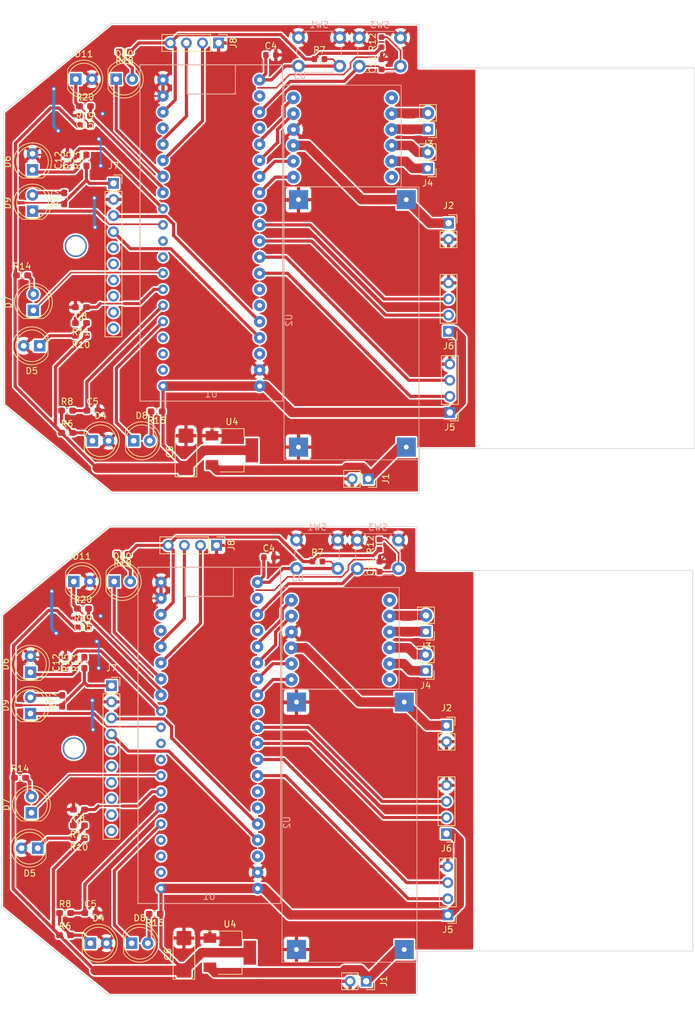
<source format=kicad_pcb>
(kicad_pcb (version 20200829) (generator pcbnew)
  (layers (0 "F.Cu" signal) (31 "B.Cu" signal) (34 "B.Paste" user) (35 "F.Paste" user) (36 "B.SilkS" user) (37 "F.SilkS" user) (38 "B.Mask" user) (39 "F.Mask" user) (44 "Edge.Cuts" user))
  (net 0 "")
  (net 1 "GND")
  (net 2 "+12V")
  (net 3 "VCC")
  (net 4 "+BATT")
  (net 5 "B1")
  (net 6 "ADC0")
  (net 7 "B2")
  (net 8 "ADC1")
  (net 9 "B3")
  (net 10 "ADC2")
  (net 11 "ADC3")
  (net 12 "Net-(D4-Pad1)")
  (net 13 "Net-(D5-Pad1)")
  (net 14 "Net-(D6-Pad1)")
  (net 15 "Net-(D7-Pad2)")
  (net 16 "Net-(D8-Pad2)")
  (net 17 "Net-(D9-Pad2)")
  (net 18 "Net-(D10-Pad2)")
  (net 19 "Net-(D11-Pad1)")
  (net 20 "Net-(J3-Pad2)")
  (net 21 "Net-(J3-Pad1)")
  (net 22 "Net-(J4-Pad2)")
  (net 23 "Net-(J4-Pad1)")
  (net 24 "TIM3_CH1")
  (net 25 "TIM3_CH2")
  (net 26 "TIM2_CH1")
  (net 27 "TIM2_CH2")
  (net 28 "Net-(J7-Pad10)")
  (net 29 "Net-(J7-Pad9)")
  (net 30 "Net-(J7-Pad8)")
  (net 31 "Net-(J7-Pad7)")
  (net 32 "Net-(J7-Pad6)")
  (net 33 "Net-(J7-Pad5)")
  (net 34 "IMU_SDA")
  (net 35 "IMU_CLK")
  (net 36 "UART1_TX")
  (net 37 "UART1_RX")
  (net 38 "LED1")
  (net 39 "LED2")
  (net 40 "LED3")
  (net 41 "Net-(U1-PadPB15)")
  (net 42 "Net-(U1-PadPB7)")
  (net 43 "Net-(U1-PadPB6)")
  (net 44 "Net-(U1-PadPA12)")
  (net 45 "TIM1_CH1")
  (net 46 "TIM1_CH2")
  (net 47 "TIM1_CH3")
  (net 48 "TIM1_CH4")
  (net 49 "IR_LED3")
  (net 50 "IR_LED2")
  (net 51 "IR_LED1")
  (net 52 "IR_LED0")
  (net 53 "Net-(U1-PadNRST)")
  (net 54 "Net-(U1-Pad5V)")
  (net 55 "Net-(U3-Pad12)")
  (net 56 "Net-(U3-Pad7)")
  (net 57 "Net-(U1-PadPA4)")
  (net 58 "Net-(U1-PadPA5)")
  (module "Connector_PinSocket_2.54mm:PinSocket_1x10_P2.54mm_Vertical" (layer "F.Cu") (at 93.1 119.555)
    (fp_text reference "J7" (at 0 -2.77) (layer "F.SilkS"))
    (fp_text value "Conn_01x10_Female")
    (pad "1" thru_hole rect (at 0 0) (size 1.7 1.7) (drill 1) (layers *.Cu *.Mask) (net 3 "VCC"))
    (pad "2" thru_hole oval (at 0 2.54) (size 1.7 1.7) (drill 1) (layers *.Cu *.Mask) (net 1 "GND"))
    (pad "3" thru_hole oval (at 0 5.08) (size 1.7 1.7) (drill 1) (layers *.Cu *.Mask) (net 35 "IMU_CLK"))
    (pad "4" thru_hole oval (at 0 7.62) (size 1.7 1.7) (drill 1) (layers *.Cu *.Mask) (net 34 "IMU_SDA"))
    (pad "5" thru_hole oval (at 0 10.16) (size 1.7 1.7) (drill 1) (layers *.Cu *.Mask) (net 33 "Net-(J7-Pad5)"))
    (pad "6" thru_hole oval (at 0 12.7) (size 1.7 1.7) (drill 1) (layers *.Cu *.Mask) (net 32 "Net-(J7-Pad6)"))
    (pad "7" thru_hole oval (at 0 15.24) (size 1.7 1.7) (drill 1) (layers *.Cu *.Mask) (net 31 "Net-(J7-Pad7)"))
    (pad "8" thru_hole oval (at 0 17.78) (size 1.7 1.7) (drill 1) (layers *.Cu *.Mask) (net 30 "Net-(J7-Pad8)"))
    (pad "9" thru_hole oval (at 0 20.32) (size 1.7 1.7) (drill 1) (layers *.Cu *.Mask) (net 29 "Net-(J7-Pad9)"))
    (pad "10" thru_hole oval (at 0 22.86) (size 1.7 1.7) (drill 1) (layers *.Cu *.Mask) (net 28 "Net-(J7-Pad10)"))
  )
  (module "LED_THT:LED_D5.0mm" (layer "F.Cu") (at 96.6 80.945)
    (fp_text reference "D8" (at 1.27 -3.96) (layer "F.SilkS"))
    (fp_text value "LED")
    (pad "1" thru_hole rect (at 0 0) (size 1.8 1.8) (drill 0.9) (layers *.Cu *.Mask) (net 51 "IR_LED1"))
    (pad "2" thru_hole circle (at 2.54 0) (size 1.8 1.8) (drill 0.9) (layers *.Cu *.Mask) (net 16 "Net-(D8-Pad2)"))
  )
  (module "Resistor_SMD:R_0603_1608Metric_Pad1.05x0.95mm_HandSolder" (layer "F.Cu") (at 99.905 155.5 180)
    (fp_text reference "R16" (at 0 -1.43) (layer "F.SilkS"))
    (fp_text value "22R")
    (pad "1" smd roundrect (at -0.875 0 180) (size 1.05 0.95) (layers "F.Cu" "F.Paste" "F.Mask") (net 3 "VCC"))
    (pad "2" smd roundrect (at 0.875 0 180) (size 1.05 0.95) (layers "F.Cu" "F.Paste" "F.Mask") (net 16 "Net-(D8-Pad2)"))
  )
  (module "Capacitor_Tantalum_SMD:CP_EIA-6032-15_Kemet-U_Pad2.25x2.35mm_HandSolder" (layer "F.Cu") (at 104.85 82.695 90)
    (fp_text reference "C6" (at 0 -2.55 90) (layer "F.SilkS"))
    (fp_text value "CP")
    (pad "1" smd roundrect (at -2.55 0 90) (size 2.25 2.35) (layers "F.Cu" "F.Paste" "F.Mask") (roundrect_rratio 0.111111) (net 3 "VCC"))
    (pad "2" smd roundrect (at 2.55 0 90) (size 2.25 2.35) (layers "F.Cu" "F.Paste" "F.Mask") (roundrect_rratio 0.111111) (net 1 "GND"))
  )
  (module "Capacitor_SMD:C_0603_1608Metric" (layer "F.Cu") (at 135.69425 21.617 90)
    (fp_text reference "C11" (at 0 -1.43 90) (layer "F.SilkS"))
    (fp_text value "100n")
    (pad "1" smd roundrect (at -0.7875 0 90) (size 0.875 0.95) (layers "F.Cu" "F.Paste" "F.Mask") (net 9 "B3"))
    (pad "2" smd roundrect (at 0.7875 0 90) (size 0.875 0.95) (layers "F.Cu" "F.Paste" "F.Mask") (net 1 "GND"))
  )
  (module "Connector_PinHeader_2.54mm:PinHeader_1x02_P2.54mm_Vertical" (layer "F.Cu") (at 142.98 38.015 180)
    (fp_text reference "J4" (at 0 -2.33 180) (layer "F.SilkS"))
    (fp_text value "Conn_01x02_Male")
    (pad "1" thru_hole rect (at 0 0 180) (size 1.7 1.7) (drill 1) (layers *.Cu *.Mask) (net 23 "Net-(J4-Pad1)"))
    (pad "2" thru_hole oval (at 0 2.54 180) (size 2 2) (drill 1) (layers *.Cu *.Mask) (net 22 "Net-(J4-Pad2)"))
  )
  (module "LED_THT:LED_D5.0mm" (layer "F.Cu") (at 90.1 80.945)
    (fp_text reference "D4" (at 1.27 -3.96) (layer "F.SilkS"))
    (fp_text value "LED")
    (pad "1" thru_hole rect (at 0 0) (size 1.8 1.8) (drill 0.9) (layers *.Cu *.Mask) (net 12 "Net-(D4-Pad1)"))
    (pad "2" thru_hole circle (at 2.54 0) (size 1.8 1.8) (drill 0.9) (layers *.Cu *.Mask) (net 1 "GND"))
  )
  (module "Resistor_SMD:R_0603_1608Metric_Pad1.05x0.95mm_HandSolder" (layer "F.Cu") (at 87.325 115.93 90)
    (fp_text reference "R15" (at 0 -1.43 90) (layer "F.SilkS"))
    (fp_text value "56R")
    (pad "1" smd roundrect (at -0.875 0 90) (size 1.05 0.95) (layers "F.Cu" "F.Paste" "F.Mask") (net 14 "Net-(D6-Pad1)"))
    (pad "2" smd roundrect (at 0.875 0 90) (size 1.05 0.95) (layers "F.Cu" "F.Paste" "F.Mask") (net 10 "ADC2"))
  )
  (module "Package_TO_SOT_SMD:SOT-223-3_TabPin2" (layer "F.Cu") (at 112.1 82.445)
    (fp_text reference "U4" (at 0 -4.5) (layer "F.SilkS"))
    (fp_text value "AMS1117-3.3")
    (pad "1" smd rect (at -3.15 -2.3) (size 2 1.5) (layers "F.Cu" "F.Paste" "F.Mask") (net 1 "GND"))
    (pad "2" smd rect (at 3.15 0) (size 2 3.8) (layers "F.Cu" "F.Paste" "F.Mask") (net 3 "VCC"))
    (pad "2" smd rect (at -3.15 0) (size 2 1.5) (layers "F.Cu" "F.Paste" "F.Mask") (net 3 "VCC"))
    (pad "3" smd rect (at -3.15 2.3) (size 2 1.5) (layers "F.Cu" "F.Paste" "F.Mask") (net 4 "+BATT"))
  )
  (module "Resistor_SMD:R_0603_1608Metric_Pad1.05x0.95mm_HandSolder" (layer "F.Cu") (at 86.1 76.195)
    (fp_text reference "R8" (at 0 -1.43) (layer "F.SilkS"))
    (fp_text value "56R")
    (pad "1" smd roundrect (at -0.875 0) (size 1.05 0.95) (layers "F.Cu" "F.Paste" "F.Mask") (net 12 "Net-(D4-Pad1)"))
    (pad "2" smd roundrect (at 0.875 0) (size 1.05 0.95) (layers "F.Cu" "F.Paste" "F.Mask") (net 6 "ADC0"))
  )
  (module "Resistor_SMD:R_0603_1608Metric_Pad1.05x0.95mm_HandSolder" (layer "F.Cu") (at 88.29 64.390983 180)
    (fp_text reference "R10" (at 0 -1.43) (layer "F.SilkS"))
    (fp_text value "10k")
    (pad "1" smd roundrect (at -0.875 0 180) (size 1.05 0.95) (layers "F.Cu" "F.Paste" "F.Mask") (net 3 "VCC"))
    (pad "2" smd roundrect (at 0.875 0 180) (size 1.05 0.95) (layers "F.Cu" "F.Paste" "F.Mask") (net 13 "Net-(D5-Pad1)"))
  )
  (module "Resistor_SMD:R_0603_1608Metric" (layer "F.Cu") (at 135.69425 18.117 90)
    (fp_text reference "R12" (at 0 -1.43 90) (layer "F.SilkS"))
    (fp_text value "R")
    (pad "1" smd roundrect (at -0.7875 0 90) (size 0.875 0.95) (layers "F.Cu" "F.Paste" "F.Mask") (net 3 "VCC"))
    (pad "2" smd roundrect (at 0.7875 0 90) (size 0.875 0.95) (layers "F.Cu" "F.Paste" "F.Mask") (net 9 "B3"))
  )
  (module "Resistor_SMD:R_0603_1608Metric_Pad1.05x0.95mm_HandSolder" (layer "F.Cu") (at 86.1 79.695)
    (fp_text reference "R6" (at 0 -1.43) (layer "F.SilkS"))
    (fp_text value "10k")
    (pad "1" smd roundrect (at -0.875 0) (size 1.05 0.95) (layers "F.Cu" "F.Paste" "F.Mask") (net 3 "VCC"))
    (pad "2" smd roundrect (at 0.875 0) (size 1.05 0.95) (layers "F.Cu" "F.Paste" "F.Mask") (net 12 "Net-(D4-Pad1)"))
  )
  (module "Resistor_SMD:R_0603_1608Metric_Pad1.05x0.95mm_HandSolder" (layer "F.Cu") (at 88.9 31.195)
    (fp_text reference "R19" (at 0 -1.43) (layer "F.SilkS"))
    (fp_text value "10k")
    (pad "1" smd roundrect (at -0.875 0) (size 1.05 0.95) (layers "F.Cu" "F.Paste" "F.Mask") (net 3 "VCC"))
    (pad "2" smd roundrect (at 0.875 0) (size 1.05 0.95) (layers "F.Cu" "F.Paste" "F.Mask") (net 19 "Net-(D11-Pad1)"))
  )
  (module "LED_THT:LED_D5.0mm" (layer "F.Cu") (at 87.475 23.945)
    (fp_text reference "D11" (at 1.27 -3.96) (layer "F.SilkS"))
    (fp_text value "LED")
    (pad "1" thru_hole rect (at 0 0) (size 1.8 1.8) (drill 0.9) (layers *.Cu *.Mask) (net 19 "Net-(D11-Pad1)"))
    (pad "2" thru_hole circle (at 2.54 0) (size 1.8 1.8) (drill 0.9) (layers *.Cu *.Mask) (net 1 "GND"))
  )
  (module "Package_TO_SOT_SMD:SOT-223-3_TabPin2" (layer "F.Cu") (at 111.78 161.625)
    (fp_text reference "U4" (at 0 -4.5) (layer "F.SilkS"))
    (fp_text value "AMS1117-3.3")
    (pad "1" smd rect (at -3.15 -2.3) (size 2 1.5) (layers "F.Cu" "F.Paste" "F.Mask") (net 1 "GND"))
    (pad "2" smd rect (at 3.15 0) (size 2 3.8) (layers "F.Cu" "F.Paste" "F.Mask") (net 3 "VCC"))
    (pad "2" smd rect (at -3.15 0) (size 2 1.5) (layers "F.Cu" "F.Paste" "F.Mask") (net 3 "VCC"))
    (pad "3" smd rect (at -3.15 2.3) (size 2 1.5) (layers "F.Cu" "F.Paste" "F.Mask") (net 4 "+BATT"))
  )
  (module "LED_THT:LED_D5.0mm" (layer "F.Cu") (at 80.47 139.570983 90)
    (fp_text reference "D7" (at 1.27 -3.96 90) (layer "F.SilkS"))
    (fp_text value "LED")
    (pad "1" thru_hole rect (at 0 0 90) (size 1.8 1.8) (drill 0.9) (layers *.Cu *.Mask) (net 52 "IR_LED0"))
    (pad "2" thru_hole circle (at 2.54 0 90) (size 1.8 1.8) (drill 0.9) (layers *.Cu *.Mask) (net 15 "Net-(D7-Pad2)"))
  )
  (module "Connector_PinSocket_2.54mm:PinSocket_1x02_P2.54mm_Vertical" (layer "F.Cu") (at 133.6 86.945 -90)
    (fp_text reference "J1" (at 0 -2.77 90) (layer "F.SilkS"))
    (fp_text value "Conn_01x02_Male")
    (pad "1" thru_hole rect (at 0 0 270) (size 1.7 1.7) (drill 1) (layers *.Cu *.Mask) (net 4 "+BATT"))
    (pad "2" thru_hole oval (at 0 2.54 270) (size 1.7 1.7) (drill 1) (layers *.Cu *.Mask) (net 1 "GND"))
  )
  (module "Connector_PinHeader_2.54mm:PinHeader_1x04_P2.54mm_Vertical" (layer "F.Cu") (at 146.27 63.685 180)
    (fp_text reference "J6" (at 0 -2.33) (layer "F.SilkS"))
    (fp_text value "Conn_01x04_Male")
    (pad "1" thru_hole rect (at 0 0 180) (size 1.7 1.7) (drill 1) (layers *.Cu *.Mask) (net 3 "VCC"))
    (pad "2" thru_hole oval (at 0 2.54 180) (size 1.7 1.7) (drill 1) (layers *.Cu *.Mask) (net 27 "TIM2_CH2"))
    (pad "3" thru_hole oval (at 0 5.08 180) (size 1.7 1.7) (drill 1) (layers *.Cu *.Mask) (net 26 "TIM2_CH1"))
    (pad "4" thru_hole oval (at 0 7.62 180) (size 1.7 1.7) (drill 1) (layers *.Cu *.Mask) (net 1 "GND"))
  )
  (module "Capacitor_SMD:C_0603_1608Metric_Pad1.05x0.95mm_HandSolder" (layer "F.Cu") (at 86.145 36.75 90)
    (fp_text reference "C12" (at 0 -1.43 90) (layer "F.SilkS"))
    (fp_text value "3n3")
    (pad "1" smd roundrect (at -0.875 0 90) (size 1.05 0.95) (layers "F.Cu" "F.Paste" "F.Mask") (net 10 "ADC2"))
    (pad "2" smd roundrect (at 0.875 0 90) (size 1.05 0.95) (layers "F.Cu" "F.Paste" "F.Mask") (net 1 "GND"))
  )
  (module "Resistor_SMD:R_0603_1608Metric_Pad1.05x0.95mm_HandSolder" (layer "F.Cu") (at 85.78 158.875)
    (fp_text reference "R6" (at 0 -1.43) (layer "F.SilkS"))
    (fp_text value "10k")
    (pad "1" smd roundrect (at -0.875 0) (size 1.05 0.95) (layers "F.Cu" "F.Paste" "F.Mask") (net 3 "VCC"))
    (pad "2" smd roundrect (at 0.875 0) (size 1.05 0.95) (layers "F.Cu" "F.Paste" "F.Mask") (net 12 "Net-(D4-Pad1)"))
  )
  (module "Capacitor_SMD:C_0603_1608Metric" (layer "F.Cu") (at 117.922 99.319)
    (fp_text reference "C4" (at 0 -1.43) (layer "F.SilkS"))
    (fp_text value "100n")
    (pad "1" smd roundrect (at -0.7875 0) (size 0.875 0.95) (layers "F.Cu" "F.Paste" "F.Mask") (net 5 "B1"))
    (pad "2" smd roundrect (at 0.7875 0) (size 0.875 0.95) (layers "F.Cu" "F.Paste" "F.Mask") (net 1 "GND"))
  )
  (module "LED_THT:LED_D5.0mm" (layer "F.Cu") (at 89.78 160.125)
    (fp_text reference "D4" (at 1.27 -3.96) (layer "F.SilkS"))
    (fp_text value "LED")
    (pad "1" thru_hole rect (at 0 0) (size 1.8 1.8) (drill 0.9) (layers *.Cu *.Mask) (net 12 "Net-(D4-Pad1)"))
    (pad "2" thru_hole circle (at 2.54 0) (size 1.8 1.8) (drill 0.9) (layers *.Cu *.Mask) (net 1 "GND"))
  )
  (module "Capacitor_SMD:C_0603_1608Metric_Pad1.05x0.95mm_HandSolder" (layer "F.Cu") (at 88.9 29.72 180)
    (fp_text reference "C15" (at 0 -1.43) (layer "F.SilkS"))
    (fp_text value "3n3")
    (pad "1" smd roundrect (at -0.875 0 180) (size 1.05 0.95) (layers "F.Cu" "F.Paste" "F.Mask") (net 11 "ADC3"))
    (pad "2" smd roundrect (at 0.875 0 180) (size 1.05 0.95) (layers "F.Cu" "F.Paste" "F.Mask") (net 1 "GND"))
  )
  (module "Connector_PinHeader_2.54mm:PinHeader_1x02_P2.54mm_Vertical" (layer "F.Cu") (at 143.02 31.835 180)
    (fp_text reference "J3" (at 0 -2.33 180) (layer "F.SilkS"))
    (fp_text value "Conn_01x02_Male")
    (pad "1" thru_hole rect (at 0 0 180) (size 1.7 1.7) (drill 1) (layers *.Cu *.Mask) (net 21 "Net-(J3-Pad1)"))
    (pad "2" thru_hole circle (at 0 2.54 180) (size 2 2) (drill 1) (layers *.Cu *.Mask) (net 20 "Net-(J3-Pad2)"))
  )
  (module "LED_THT:LED_D5.0mm" (layer "F.Cu") (at 80.645 38.25 90)
    (fp_text reference "D6" (at 1.27 -3.96 90) (layer "F.SilkS"))
    (fp_text value "LED")
    (pad "1" thru_hole rect (at 0 0 90) (size 1.8 1.8) (drill 0.9) (layers *.Cu *.Mask) (net 14 "Net-(D6-Pad1)"))
    (pad "2" thru_hole circle (at 2.54 0 90) (size 1.8 1.8) (drill 0.9) (layers *.Cu *.Mask) (net 1 "GND"))
  )
  (module "Connector_PinHeader_2.54mm:PinHeader_1x02_P2.54mm_Vertical" (layer "F.Cu") (at 142.7 111.015 180)
    (fp_text reference "J3" (at 0 -2.33 180) (layer "F.SilkS"))
    (fp_text value "Conn_01x02_Male")
    (pad "1" thru_hole rect (at 0 0 180) (size 1.7 1.7) (drill 1) (layers *.Cu *.Mask) (net 21 "Net-(J3-Pad1)"))
    (pad "2" thru_hole circle (at 0 2.54 180) (size 2 2) (drill 1) (layers *.Cu *.Mask) (net 20 "Net-(J3-Pad2)"))
  )
  (module "Resistor_SMD:R_0603_1608Metric_Pad1.05x0.95mm_HandSolder" (layer "F.Cu") (at 85.78 155.375)
    (fp_text reference "R8" (at 0 -1.43) (layer "F.SilkS"))
    (fp_text value "56R")
    (pad "1" smd roundrect (at -0.875 0) (size 1.05 0.95) (layers "F.Cu" "F.Paste" "F.Mask") (net 12 "Net-(D4-Pad1)"))
    (pad "2" smd roundrect (at 0.875 0) (size 1.05 0.95) (layers "F.Cu" "F.Paste" "F.Mask") (net 6 "ADC0"))
  )
  (module "LED_THT:LED_D5.0mm" (layer "F.Cu") (at 81.47 145.155 180)
    (fp_text reference "D5" (at 1.27 -3.96) (layer "F.SilkS"))
    (fp_text value "LED")
    (pad "1" thru_hole rect (at 0 0 180) (size 1.8 1.8) (drill 0.9) (layers *.Cu *.Mask) (net 13 "Net-(D5-Pad1)"))
    (pad "2" thru_hole circle (at 2.54 0 180) (size 1.8 1.8) (drill 0.9) (layers *.Cu *.Mask) (net 1 "GND"))
  )
  (module "Resistor_SMD:R_0603_1608Metric_Pad1.05x0.95mm_HandSolder" (layer "F.Cu") (at 78.99 54.875)
    (fp_text reference "R14" (at 0 -1.43) (layer "F.SilkS"))
    (fp_text value "22R")
    (pad "1" smd roundrect (at -0.875 0) (size 1.05 0.95) (layers "F.Cu" "F.Paste" "F.Mask") (net 3 "VCC"))
    (pad "2" smd roundrect (at 0.875 0) (size 1.05 0.95) (layers "F.Cu" "F.Paste" "F.Mask") (net 15 "Net-(D7-Pad2)"))
  )
  (module "Resistor_SMD:R_0603_1608Metric_Pad1.05x0.95mm_HandSolder" (layer "F.Cu") (at 94.855 98.8 180)
    (fp_text reference "R18" (at 0 -1.43) (layer "F.SilkS"))
    (fp_text value "22R")
    (pad "1" smd roundrect (at -0.875 0 180) (size 1.05 0.95) (layers "F.Cu" "F.Paste" "F.Mask") (net 3 "VCC"))
    (pad "2" smd roundrect (at 0.875 0 180) (size 1.05 0.95) (layers "F.Cu" "F.Paste" "F.Mask") (net 18 "Net-(D10-Pad2)"))
  )
  (module "Connector_PinHeader_2.54mm:PinHeader_1x04_P2.54mm_Vertical" (layer "F.Cu") (at 146.15 155.665 180)
    (fp_text reference "J5" (at 0 -2.33) (layer "F.SilkS"))
    (fp_text value "Conn_01x04_Male")
    (pad "1" thru_hole rect (at 0 0 180) (size 1.7 1.7) (drill 1) (layers *.Cu *.Mask) (net 3 "VCC"))
    (pad "2" thru_hole oval (at 0 2.54 180) (size 1.7 1.7) (drill 1) (layers *.Cu *.Mask) (net 25 "TIM3_CH2"))
    (pad "3" thru_hole oval (at 0 5.08 180) (size 1.7 1.7) (drill 1) (layers *.Cu *.Mask) (net 24 "TIM3_CH1"))
    (pad "4" thru_hole oval (at 0 7.62 180) (size 1.7 1.7) (drill 1) (layers *.Cu *.Mask) (net 1 "GND"))
  )
  (module "Resistor_SMD:R_0603_1608Metric_Pad1.05x0.95mm_HandSolder" (layer "F.Cu") (at 88.58 110.375)
    (fp_text reference "R19" (at 0 -1.43) (layer "F.SilkS"))
    (fp_text value "10k")
    (pad "1" smd roundrect (at -0.875 0) (size 1.05 0.95) (layers "F.Cu" "F.Paste" "F.Mask") (net 3 "VCC"))
    (pad "2" smd roundrect (at 0.875 0) (size 1.05 0.95) (layers "F.Cu" "F.Paste" "F.Mask") (net 19 "Net-(D11-Pad1)"))
  )
  (module "Connector_PinSocket_2.54mm:PinSocket_1x02_P2.54mm_Vertical" (layer "F.Cu") (at 146.27 46.645)
    (fp_text reference "J2" (at 0 -2.77) (layer "F.SilkS"))
    (fp_text value "Conn_01x02_Male")
    (pad "1" thru_hole rect (at 0 0) (size 1.7 1.7) (drill 1) (layers *.Cu *.Mask) (net 2 "+12V"))
    (pad "2" thru_hole oval (at 0 2.54) (size 1.7 1.7) (drill 1) (layers *.Cu *.Mask) (net 1 "GND"))
  )
  (module "Resistor_SMD:R_0603_1608Metric_Pad1.05x0.95mm_HandSolder" (layer "F.Cu") (at 95.175 19.62 180)
    (fp_text reference "R18" (at 0 -1.43) (layer "F.SilkS"))
    (fp_text value "22R")
    (pad "1" smd roundrect (at -0.875 0 180) (size 1.05 0.95) (layers "F.Cu" "F.Paste" "F.Mask") (net 3 "VCC"))
    (pad "2" smd roundrect (at 0.875 0 180) (size 1.05 0.95) (layers "F.Cu" "F.Paste" "F.Mask") (net 18 "Net-(D10-Pad2)"))
  )
  (module "Capacitor_SMD:C_0603_1608Metric_Pad1.05x0.95mm_HandSolder" (layer "F.Cu") (at 87.97 139.070983 180)
    (fp_text reference "C8" (at 0 -1.43) (layer "F.SilkS"))
    (fp_text value "3n3")
    (pad "1" smd roundrect (at -0.875 0 180) (size 1.05 0.95) (layers "F.Cu" "F.Paste" "F.Mask") (net 8 "ADC1"))
    (pad "2" smd roundrect (at 0.875 0 180) (size 1.05 0.95) (layers "F.Cu" "F.Paste" "F.Mask") (net 1 "GND"))
  )
  (module "Capacitor_SMD:C_0603_1608Metric_Pad1.05x0.95mm_HandSolder" (layer "F.Cu") (at 88.29 59.890983 180)
    (fp_text reference "C8" (at 0 -1.43) (layer "F.SilkS"))
    (fp_text value "3n3")
    (pad "1" smd roundrect (at -0.875 0 180) (size 1.05 0.95) (layers "F.Cu" "F.Paste" "F.Mask") (net 8 "ADC1"))
    (pad "2" smd roundrect (at 0.875 0 180) (size 1.05 0.95) (layers "F.Cu" "F.Paste" "F.Mask") (net 1 "GND"))
  )
  (module "Capacitor_SMD:C_0603_1608Metric_Pad1.05x0.95mm_HandSolder" (layer "F.Cu") (at 89.78 155.375)
    (fp_text reference "C5" (at 0 -1.43) (layer "F.SilkS"))
    (fp_text value "3n3")
    (pad "1" smd roundrect (at -0.875 0) (size 1.05 0.95) (layers "F.Cu" "F.Paste" "F.Mask") (net 6 "ADC0"))
    (pad "2" smd roundrect (at 0.875 0) (size 1.05 0.95) (layers "F.Cu" "F.Paste" "F.Mask") (net 1 "GND"))
  )
  (module "LED_THT:LED_D5.0mm" (layer "F.Cu") (at 80.325 123.93 90)
    (fp_text reference "D9" (at 1.27 -3.96 90) (layer "F.SilkS"))
    (fp_text value "LED")
    (pad "1" thru_hole rect (at 0 0 90) (size 1.8 1.8) (drill 0.9) (layers *.Cu *.Mask) (net 50 "IR_LED2"))
    (pad "2" thru_hole circle (at 2.54 0 90) (size 1.8 1.8) (drill 0.9) (layers *.Cu *.Mask) (net 17 "Net-(D9-Pad2)"))
  )
  (module "LED_THT:LED_D5.0mm" (layer "F.Cu") (at 87.155 103.125)
    (fp_text reference "D11" (at 1.27 -3.96) (layer "F.SilkS"))
    (fp_text value "LED")
    (pad "1" thru_hole rect (at 0 0) (size 1.8 1.8) (drill 0.9) (layers *.Cu *.Mask) (net 19 "Net-(D11-Pad1)"))
    (pad "2" thru_hole circle (at 2.54 0) (size 1.8 1.8) (drill 0.9) (layers *.Cu *.Mask) (net 1 "GND"))
  )
  (module "Connector_PinSocket_2.54mm:PinSocket_1x10_P2.54mm_Vertical" (layer "F.Cu") (at 93.42 40.375)
    (fp_text reference "J7" (at 0 -2.77) (layer "F.SilkS"))
    (fp_text value "Conn_01x10_Female")
    (pad "1" thru_hole rect (at 0 0) (size 1.7 1.7) (drill 1) (layers *.Cu *.Mask) (net 3 "VCC"))
    (pad "2" thru_hole oval (at 0 2.54) (size 1.7 1.7) (drill 1) (layers *.Cu *.Mask) (net 1 "GND"))
    (pad "3" thru_hole oval (at 0 5.08) (size 1.7 1.7) (drill 1) (layers *.Cu *.Mask) (net 35 "IMU_CLK"))
    (pad "4" thru_hole oval (at 0 7.62) (size 1.7 1.7) (drill 1) (layers *.Cu *.Mask) (net 34 "IMU_SDA"))
    (pad "5" thru_hole oval (at 0 10.16) (size 1.7 1.7) (drill 1) (layers *.Cu *.Mask) (net 33 "Net-(J7-Pad5)"))
    (pad "6" thru_hole oval (at 0 12.7) (size 1.7 1.7) (drill 1) (layers *.Cu *.Mask) (net 32 "Net-(J7-Pad6)"))
    (pad "7" thru_hole oval (at 0 15.24) (size 1.7 1.7) (drill 1) (layers *.Cu *.Mask) (net 31 "Net-(J7-Pad7)"))
    (pad "8" thru_hole oval (at 0 17.78) (size 1.7 1.7) (drill 1) (layers *.Cu *.Mask) (net 30 "Net-(J7-Pad8)"))
    (pad "9" thru_hole oval (at 0 20.32) (size 1.7 1.7) (drill 1) (layers *.Cu *.Mask) (net 29 "Net-(J7-Pad9)"))
    (pad "10" thru_hole oval (at 0 22.86) (size 1.7 1.7) (drill 1) (layers *.Cu *.Mask) (net 28 "Net-(J7-Pad10)"))
  )
  (module "LED_THT:LED_D5.0mm" (layer "F.Cu") (at 81.79 65.975 180)
    (fp_text reference "D5" (at 1.27 -3.96) (layer "F.SilkS"))
    (fp_text value "LED")
    (pad "1" thru_hole rect (at 0 0 180) (size 1.8 1.8) (drill 0.9) (layers *.Cu *.Mask) (net 13 "Net-(D5-Pad1)"))
    (pad "2" thru_hole circle (at 2.54 0 180) (size 1.8 1.8) (drill 0.9) (layers *.Cu *.Mask) (net 1 "GND"))
  )
  (module "LED_THT:LED_D5.0mm" (layer "F.Cu") (at 93.85 23.945)
    (fp_text reference "D10" (at 1.27 -3.96) (layer "F.SilkS"))
    (fp_text value "LED")
    (pad "1" thru_hole rect (at 0 0) (size 1.8 1.8) (drill 0.9) (layers *.Cu *.Mask) (net 49 "IR_LED3"))
    (pad "2" thru_hole circle (at 2.54 0) (size 1.8 1.8) (drill 0.9) (layers *.Cu *.Mask) (net 18 "Net-(D10-Pad2)"))
  )
  (module "Resistor_SMD:R_0603_1608Metric_Pad1.05x0.95mm_HandSolder" (layer "F.Cu") (at 85.325 121.93 90)
    (fp_text reference "R17" (at 0 -1.43 90) (layer "F.SilkS"))
    (fp_text value "22R")
    (pad "1" smd roundrect (at -0.875 0 90) (size 1.05 0.95) (layers "F.Cu" "F.Paste" "F.Mask") (net 3 "VCC"))
    (pad "2" smd roundrect (at 0.875 0 90) (size 1.05 0.95) (layers "F.Cu" "F.Paste" "F.Mask") (net 17 "Net-(D9-Pad2)"))
  )
  (module "Resistor_SMD:R_0603_1608Metric" (layer "F.Cu") (at 135.37425 97.297 90)
    (fp_text reference "R12" (at 0 -1.43 90) (layer "F.SilkS"))
    (fp_text value "R")
    (pad "1" smd roundrect (at -0.7875 0 90) (size 0.875 0.95) (layers "F.Cu" "F.Paste" "F.Mask") (net 3 "VCC"))
    (pad "2" smd roundrect (at 0.7875 0 90) (size 0.875 0.95) (layers "F.Cu" "F.Paste" "F.Mask") (net 9 "B3"))
  )
  (module "Resistor_SMD:R_0603_1608Metric" (layer "F.Cu") (at 125.9 20.795)
    (fp_text reference "R7" (at 0 -1.43) (layer "F.SilkS"))
    (fp_text value "R")
    (pad "1" smd roundrect (at -0.7875 0) (size 0.875 0.95) (layers "F.Cu" "F.Paste" "F.Mask") (net 3 "VCC"))
    (pad "2" smd roundrect (at 0.7875 0) (size 0.875 0.95) (layers "F.Cu" "F.Paste" "F.Mask") (net 5 "B1"))
  )
  (module "Connector_PinHeader_2.54mm:PinHeader_1x04_P2.54mm_Vertical" (layer "F.Cu") (at 145.95 142.865 180)
    (fp_text reference "J6" (at 0 -2.33) (layer "F.SilkS"))
    (fp_text value "Conn_01x04_Male")
    (pad "1" thru_hole rect (at 0 0 180) (size 1.7 1.7) (drill 1) (layers *.Cu *.Mask) (net 3 "VCC"))
    (pad "2" thru_hole oval (at 0 2.54 180) (size 1.7 1.7) (drill 1) (layers *.Cu *.Mask) (net 27 "TIM2_CH2"))
    (pad "3" thru_hole oval (at 0 5.08 180) (size 1.7 1.7) (drill 1) (layers *.Cu *.Mask) (net 26 "TIM2_CH1"))
    (pad "4" thru_hole oval (at 0 7.62 180) (size 1.7 1.7) (drill 1) (layers *.Cu *.Mask) (net 1 "GND"))
  )
  (module "Resistor_SMD:R_0603_1608Metric_Pad1.05x0.95mm_HandSolder" (layer "F.Cu") (at 85.645 42.75 90)
    (fp_text reference "R17" (at 0 -1.43 90) (layer "F.SilkS"))
    (fp_text value "22R")
    (pad "1" smd roundrect (at -0.875 0 90) (size 1.05 0.95) (layers "F.Cu" "F.Paste" "F.Mask") (net 3 "VCC"))
    (pad "2" smd roundrect (at 0.875 0 90) (size 1.05 0.95) (layers "F.Cu" "F.Paste" "F.Mask") (net 17 "Net-(D9-Pad2)"))
  )
  (module "Capacitor_SMD:C_0603_1608Metric" (layer "F.Cu") (at 118.242 20.139)
    (fp_text reference "C4" (at 0 -1.43) (layer "F.SilkS"))
    (fp_text value "100n")
    (pad "1" smd roundrect (at -0.7875 0) (size 0.875 0.95) (layers "F.Cu" "F.Paste" "F.Mask") (net 5 "B1"))
    (pad "2" smd roundrect (at 0.7875 0) (size 0.875 0.95) (layers "F.Cu" "F.Paste" "F.Mask") (net 1 "GND"))
  )
  (module "Capacitor_SMD:C_0603_1608Metric_Pad1.05x0.95mm_HandSolder" (layer "F.Cu") (at 90.1 76.195)
    (fp_text reference "C5" (at 0 -1.43) (layer "F.SilkS"))
    (fp_text value "3n3")
    (pad "1" smd roundrect (at -0.875 0) (size 1.05 0.95) (layers "F.Cu" "F.Paste" "F.Mask") (net 6 "ADC0"))
    (pad "2" smd roundrect (at 0.875 0) (size 1.05 0.95) (layers "F.Cu" "F.Paste" "F.Mask") (net 1 "GND"))
  )
  (module "Connector_PinHeader_2.54mm:PinHeader_1x04_P2.54mm_Vertical" (layer "F.Cu") (at 109.68 97.425 -90)
    (fp_text reference "J8" (at 0 -2.33 90) (layer "F.SilkS"))
    (fp_text value "Conn_01x04_Male")
    (pad "1" thru_hole rect (at 0 0 270) (size 1.7 1.7) (drill 1) (layers *.Cu *.Mask) (net 1 "GND"))
    (pad "2" thru_hole oval (at 0 2.54 270) (size 1.7 1.7) (drill 1) (layers *.Cu *.Mask) (net 36 "UART1_TX"))
    (pad "3" thru_hole oval (at 0 5.08 270) (size 1.7 1.7) (drill 1) (layers *.Cu *.Mask) (net 37 "UART1_RX"))
    (pad "4" thru_hole oval (at 0 7.62 270) (size 1.7 1.7) (drill 1) (layers *.Cu *.Mask) (net 3 "VCC"))
  )
  (module "Capacitor_SMD:C_0603_1608Metric_Pad1.05x0.95mm_HandSolder" (layer "F.Cu") (at 88.58 108.9 180)
    (fp_text reference "C15" (at 0 -1.43) (layer "F.SilkS"))
    (fp_text value "3n3")
    (pad "1" smd roundrect (at -0.875 0 180) (size 1.05 0.95) (layers "F.Cu" "F.Paste" "F.Mask") (net 11 "ADC3"))
    (pad "2" smd roundrect (at 0.875 0 180) (size 1.05 0.95) (layers "F.Cu" "F.Paste" "F.Mask") (net 1 "GND"))
  )
  (module "Capacitor_Tantalum_SMD:CP_EIA-6032-15_Kemet-U_Pad2.25x2.35mm_HandSolder" (layer "F.Cu") (at 104.53 161.875 90)
    (fp_text reference "C6" (at 0 -2.55 90) (layer "F.SilkS"))
    (fp_text value "CP")
    (pad "1" smd roundrect (at -2.55 0 90) (size 2.25 2.35) (layers "F.Cu" "F.Paste" "F.Mask") (roundrect_rratio 0.111111) (net 3 "VCC"))
    (pad "2" smd roundrect (at 2.55 0 90) (size 2.25 2.35) (layers "F.Cu" "F.Paste" "F.Mask") (roundrect_rratio 0.111111) (net 1 "GND"))
  )
  (module "Connector_PinSocket_2.54mm:PinSocket_1x02_P2.54mm_Vertical" (layer "F.Cu") (at 133.28 166.125 -90)
    (fp_text reference "J1" (at 0 -2.77 90) (layer "F.SilkS"))
    (fp_text value "Conn_01x02_Male")
    (pad "1" thru_hole rect (at 0 0 270) (size 1.7 1.7) (drill 1) (layers *.Cu *.Mask) (net 4 "+BATT"))
    (pad "2" thru_hole oval (at 0 2.54 270) (size 1.7 1.7) (drill 1) (layers *.Cu *.Mask) (net 1 "GND"))
  )
  (module "LED_THT:LED_D5.0mm" (layer "F.Cu") (at 93.53 103.125)
    (fp_text reference "D10" (at 1.27 -3.96) (layer "F.SilkS"))
    (fp_text value "LED")
    (pad "1" thru_hole rect (at 0 0) (size 1.8 1.8) (drill 0.9) (layers *.Cu *.Mask) (net 49 "IR_LED3"))
    (pad "2" thru_hole circle (at 2.54 0) (size 1.8 1.8) (drill 0.9) (layers *.Cu *.Mask) (net 18 "Net-(D10-Pad2)"))
  )
  (module "LED_THT:LED_D5.0mm" (layer "F.Cu") (at 80.79 60.390983 90)
    (fp_text reference "D7" (at 1.27 -3.96 90) (layer "F.SilkS"))
    (fp_text value "LED")
    (pad "1" thru_hole rect (at 0 0 90) (size 1.8 1.8) (drill 0.9) (layers *.Cu *.Mask) (net 52 "IR_LED0"))
    (pad "2" thru_hole circle (at 2.54 0 90) (size 1.8 1.8) (drill 0.9) (layers *.Cu *.Mask) (net 15 "Net-(D7-Pad2)"))
  )
  (module "Resistor_SMD:R_0603_1608Metric_Pad1.05x0.95mm_HandSolder" (layer "F.Cu") (at 88.825 115.93 90)
    (fp_text reference "R13" (at 0 -1.43 90) (layer "F.SilkS"))
    (fp_text value "10k")
    (pad "1" smd roundrect (at -0.875 0 90) (size 1.05 0.95) (layers "F.Cu" "F.Paste" "F.Mask") (net 3 "VCC"))
    (pad "2" smd roundrect (at 0.875 0 90) (size 1.05 0.95) (layers "F.Cu" "F.Paste" "F.Mask") (net 14 "Net-(D6-Pad1)"))
  )
  (module "Resistor_SMD:R_0603_1608Metric" (layer "F.Cu") (at 125.58 99.975)
    (fp_text reference "R7" (at 0 -1.43) (layer "F.SilkS"))
    (fp_text value "R")
    (pad "1" smd roundrect (at -0.7875 0) (size 0.875 0.95) (layers "F.Cu" "F.Paste" "F.Mask") (net 3 "VCC"))
    (pad "2" smd roundrect (at 0.7875 0) (size 0.875 0.95) (layers "F.Cu" "F.Paste" "F.Mask") (net 5 "B1"))
  )
  (module "LED_THT:LED_D5.0mm" (layer "F.Cu") (at 80.325 117.43 90)
    (fp_text reference "D6" (at 1.27 -3.96 90) (layer "F.SilkS"))
    (fp_text value "LED")
    (pad "1" thru_hole rect (at 0 0 90) (size 1.8 1.8) (drill 0.9) (layers *.Cu *.Mask) (net 14 "Net-(D6-Pad1)"))
    (pad "2" thru_hole circle (at 2.54 0 90) (size 1.8 1.8) (drill 0.9) (layers *.Cu *.Mask) (net 1 "GND"))
  )
  (module "Connector_PinSocket_2.54mm:PinSocket_1x02_P2.54mm_Vertical" (layer "F.Cu") (at 145.95 125.825)
    (fp_text reference "J2" (at 0 -2.77) (layer "F.SilkS"))
    (fp_text value "Conn_01x02_Male")
    (pad "1" thru_hole rect (at 0 0) (size 1.7 1.7) (drill 1) (layers *.Cu *.Mask) (net 2 "+12V"))
    (pad "2" thru_hole oval (at 0 2.54) (size 1.7 1.7) (drill 1) (layers *.Cu *.Mask) (net 1 "GND"))
  )
  (module "Connector_PinHeader_2.54mm:PinHeader_1x04_P2.54mm_Vertical" (layer "F.Cu") (at 110 18.245 -90)
    (fp_text reference "J8" (at 0 -2.33 90) (layer "F.SilkS"))
    (fp_text value "Conn_01x04_Male")
    (pad "1" thru_hole rect (at 0 0 270) (size 1.7 1.7) (drill 1) (layers *.Cu *.Mask) (net 1 "GND"))
    (pad "2" thru_hole oval (at 0 2.54 270) (size 1.7 1.7) (drill 1) (layers *.Cu *.Mask) (net 36 "UART1_TX"))
    (pad "3" thru_hole oval (at 0 5.08 270) (size 1.7 1.7) (drill 1) (layers *.Cu *.Mask) (net 37 "UART1_RX"))
    (pad "4" thru_hole oval (at 0 7.62 270) (size 1.7 1.7) (drill 1) (layers *.Cu *.Mask) (net 3 "VCC"))
  )
  (module "LED_THT:LED_D5.0mm" (layer "F.Cu") (at 80.645 44.75 90)
    (fp_text reference "D9" (at 1.27 -3.96 90) (layer "F.SilkS"))
    (fp_text value "LED")
    (pad "1" thru_hole rect (at 0 0 90) (size 1.8 1.8) (drill 0.9) (layers *.Cu *.Mask) (net 50 "IR_LED2"))
    (pad "2" thru_hole circle (at 2.54 0 90) (size 1.8 1.8) (drill 0.9) (layers *.Cu *.Mask) (net 17 "Net-(D9-Pad2)"))
  )
  (module "Resistor_SMD:R_0603_1608Metric_Pad1.05x0.95mm_HandSolder" (layer "F.Cu") (at 88.605 107.4)
    (fp_text reference "R20" (at 0 -1.43) (layer "F.SilkS"))
    (fp_text value "56R")
    (pad "1" smd roundrect (at -0.875 0) (size 1.05 0.95) (layers "F.Cu" "F.Paste" "F.Mask") (net 19 "Net-(D11-Pad1)"))
    (pad "2" smd roundrect (at 0.875 0) (size 1.05 0.95) (layers "F.Cu" "F.Paste" "F.Mask") (net 11 "ADC3"))
  )
  (module "Resistor_SMD:R_0603_1608Metric_Pad1.05x0.95mm_HandSolder" (layer "F.Cu") (at 88.29 62.390983 180)
    (fp_text reference "R11" (at 0 -1.43) (layer "F.SilkS"))
    (fp_text value "56R")
    (pad "1" smd roundrect (at -0.875 0 180) (size 1.05 0.95) (layers "F.Cu" "F.Paste" "F.Mask") (net 13 "Net-(D5-Pad1)"))
    (pad "2" smd roundrect (at 0.875 0 180) (size 1.05 0.95) (layers "F.Cu" "F.Paste" "F.Mask") (net 8 "ADC1"))
  )
  (module "Capacitor_SMD:C_0603_1608Metric" (layer "F.Cu") (at 135.37425 100.797 90)
    (fp_text reference "C11" (at 0 -1.43 90) (layer "F.SilkS"))
    (fp_text value "100n")
    (pad "1" smd roundrect (at -0.7875 0 90) (size 0.875 0.95) (layers "F.Cu" "F.Paste" "F.Mask") (net 9 "B3"))
    (pad "2" smd roundrect (at 0.7875 0 90) (size 0.875 0.95) (layers "F.Cu" "F.Paste" "F.Mask") (net 1 "GND"))
  )
  (module "LED_THT:LED_D5.0mm" (layer "F.Cu") (at 96.28 160.125)
    (fp_text reference "D8" (at 1.27 -3.96) (layer "F.SilkS"))
    (fp_text value "LED")
    (pad "1" thru_hole rect (at 0 0) (size 1.8 1.8) (drill 0.9) (layers *.Cu *.Mask) (net 51 "IR_LED1"))
    (pad "2" thru_hole circle (at 2.54 0) (size 1.8 1.8) (drill 0.9) (layers *.Cu *.Mask) (net 16 "Net-(D8-Pad2)"))
  )
  (module "Resistor_SMD:R_0603_1608Metric_Pad1.05x0.95mm_HandSolder" (layer "F.Cu") (at 87.645 36.75 90)
    (fp_text reference "R15" (at 0 -1.43 90) (layer "F.SilkS"))
    (fp_text value "56R")
    (pad "1" smd roundrect (at -0.875 0 90) (size 1.05 0.95) (layers "F.Cu" "F.Paste" "F.Mask") (net 14 "Net-(D6-Pad1)"))
    (pad "2" smd roundrect (at 0.875 0 90) (size 1.05 0.95) (layers "F.Cu" "F.Paste" "F.Mask") (net 10 "ADC2"))
  )
  (module "Resistor_SMD:R_0603_1608Metric_Pad1.05x0.95mm_HandSolder" (layer "F.Cu") (at 88.925 28.22)
    (fp_text reference "R20" (at 0 -1.43) (layer "F.SilkS"))
    (fp_text value "56R")
    (pad "1" smd roundrect (at -0.875 0) (size 1.05 0.95) (layers "F.Cu" "F.Paste" "F.Mask") (net 19 "Net-(D11-Pad1)"))
    (pad "2" smd roundrect (at 0.875 0) (size 1.05 0.95) (layers "F.Cu" "F.Paste" "F.Mask") (net 11 "ADC3"))
  )
  (module "Resistor_SMD:R_0603_1608Metric_Pad1.05x0.95mm_HandSolder" (layer "F.Cu") (at 87.97 141.570983 180)
    (fp_text reference "R11" (at 0 -1.43) (layer "F.SilkS"))
    (fp_text value "56R")
    (pad "1" smd roundrect (at -0.875 0 180) (size 1.05 0.95) (layers "F.Cu" "F.Paste" "F.Mask") (net 13 "Net-(D5-Pad1)"))
    (pad "2" smd roundrect (at 0.875 0 180) (size 1.05 0.95) (layers "F.Cu" "F.Paste" "F.Mask") (net 8 "ADC1"))
  )
  (module "Connector_PinHeader_2.54mm:PinHeader_1x02_P2.54mm_Vertical" (layer "F.Cu") (at 142.66 117.195 180)
    (fp_text reference "J4" (at 0 -2.33 180) (layer "F.SilkS"))
    (fp_text value "Conn_01x02_Male")
    (pad "1" thru_hole rect (at 0 0 180) (size 1.7 1.7) (drill 1) (layers *.Cu *.Mask) (net 23 "Net-(J4-Pad1)"))
    (pad "2" thru_hole oval (at 0 2.54 180) (size 2 2) (drill 1) (layers *.Cu *.Mask) (net 22 "Net-(J4-Pad2)"))
  )
  (module "Capacitor_SMD:C_0603_1608Metric_Pad1.05x0.95mm_HandSolder" (layer "F.Cu") (at 85.825 115.93 90)
    (fp_text reference "C12" (at 0 -1.43 90) (layer "F.SilkS"))
    (fp_text value "3n3")
    (pad "1" smd roundrect (at -0.875 0 90) (size 1.05 0.95) (layers "F.Cu" "F.Paste" "F.Mask") (net 10 "ADC2"))
    (pad "2" smd roundrect (at 0.875 0 90) (size 1.05 0.95) (layers "F.Cu" "F.Paste" "F.Mask") (net 1 "GND"))
  )
  (module "Connector_PinHeader_2.54mm:PinHeader_1x04_P2.54mm_Vertical" (layer "F.Cu") (at 146.47 76.485 180)
    (fp_text reference "J5" (at 0 -2.33) (layer "F.SilkS"))
    (fp_text value "Conn_01x04_Male")
    (pad "1" thru_hole rect (at 0 0 180) (size 1.7 1.7) (drill 1) (layers *.Cu *.Mask) (net 3 "VCC"))
    (pad "2" thru_hole oval (at 0 2.54 180) (size 1.7 1.7) (drill 1) (layers *.Cu *.Mask) (net 25 "TIM3_CH2"))
    (pad "3" thru_hole oval (at 0 5.08 180) (size 1.7 1.7) (drill 1) (layers *.Cu *.Mask) (net 24 "TIM3_CH1"))
    (pad "4" thru_hole oval (at 0 7.62 180) (size 1.7 1.7) (drill 1) (layers *.Cu *.Mask) (net 1 "GND"))
  )
  (module "Resistor_SMD:R_0603_1608Metric_Pad1.05x0.95mm_HandSolder" (layer "F.Cu") (at 100.225 76.32 180)
    (fp_text reference "R16" (at 0 -1.43) (layer "F.SilkS"))
    (fp_text value "22R")
    (pad "1" smd roundrect (at -0.875 0 180) (size 1.05 0.95) (layers "F.Cu" "F.Paste" "F.Mask") (net 3 "VCC"))
    (pad "2" smd roundrect (at 0.875 0 180) (size 1.05 0.95) (layers "F.Cu" "F.Paste" "F.Mask") (net 16 "Net-(D8-Pad2)"))
  )
  (module "Resistor_SMD:R_0603_1608Metric_Pad1.05x0.95mm_HandSolder" (layer "F.Cu") (at 78.67 134.055)
    (fp_text reference "R14" (at 0 -1.43) (layer "F.SilkS"))
    (fp_text value "22R")
    (pad "1" smd roundrect (at -0.875 0) (size 1.05 0.95) (layers "F.Cu" "F.Paste" "F.Mask") (net 3 "VCC"))
    (pad "2" smd roundrect (at 0.875 0) (size 1.05 0.95) (layers "F.Cu" "F.Paste" "F.Mask") (net 15 "Net-(D7-Pad2)"))
  )
  (module "Resistor_SMD:R_0603_1608Metric_Pad1.05x0.95mm_HandSolder" (layer "F.Cu") (at 89.145 36.75 90)
    (fp_text reference "R13" (at 0 -1.43 90) (layer "F.SilkS"))
    (fp_text value "10k")
    (pad "1" smd roundrect (at -0.875 0 90) (size 1.05 0.95) (layers "F.Cu" "F.Paste" "F.Mask") (net 3 "VCC"))
    (pad "2" smd roundrect (at 0.875 0 90) (size 1.05 0.95) (layers "F.Cu" "F.Paste" "F.Mask") (net 14 "Net-(D6-Pad1)"))
  )
  (module "Resistor_SMD:R_0603_1608Metric_Pad1.05x0.95mm_HandSolder" (layer "F.Cu") (at 87.97 143.570983 180)
    (fp_text reference "R10" (at 0 -1.43) (layer "F.SilkS"))
    (fp_text value "10k")
    (pad "1" smd roundrect (at -0.875 0 180) (size 1.05 0.95) (layers "F.Cu" "F.Paste" "F.Mask") (net 3 "VCC"))
    (pad "2" smd roundrect (at 0.875 0 180) (size 1.05 0.95) (layers "F.Cu" "F.Paste" "F.Mask") (net 13 "Net-(D5-Pad1)"))
  )
  (module "Button_Switch_THT:SW_PUSH_6mm" (layer "B.Cu") (at 129.1 17.395 180)
    (fp_text reference "SW1" (at 3.25 2) (layer "B.SilkS") (effects (justify mirror)))
    (fp_text value "SW_Push")
    (pad "1" thru_hole circle (at 6.5 0 90) (size 2 2) (drill 1.1) (layers *.Cu *.Mask) (net 1 "GND"))
    (pad "1" thru_hole circle (at 0 0 90) (size 2 2) (drill 1.1) (layers *.Cu *.Mask) (net 1 "GND"))
    (pad "2" thru_hole circle (at 0 -4.5 90) (size 2 2) (drill 1.1) (layers *.Cu *.Mask) (net 5 "B1"))
    (pad "2" thru_hole circle (at 6.5 -4.5 90) (size 2 2) (drill 1.1) (layers *.Cu *.Mask) (net 5 "B1"))
  )
  (module "cheap_mouse:BLUEPILL" (layer "B.Cu") (at 108.53 127.375 180)
    (fp_text reference "U1" (at 0 -25.4) (layer "B.SilkS") (effects (justify mirror)))
    (fp_text value "BP")
    (pad "3V3" thru_hole circle (at 7.62 19.05 180) (size 1.8 1.8) (drill 0.762) (layers *.Cu *.Mask) (net 3 "VCC"))
    (pad "3V3" thru_hole circle (at -7.62 -24.13 180) (size 1.8 1.8) (drill 0.762) (layers *.Cu *.Mask) (net 3 "VCC"))
    (pad "5V" thru_hole circle (at -7.62 -19.05 180) (size 1.8 1.8) (drill 0.762) (layers *.Cu *.Mask) (net 54 "Net-(U1-Pad5V)"))
    (pad "G" thru_hole circle (at 7.62 21.59 180) (size 1.8 1.8) (drill 0.762) (layers *.Cu *.Mask) (net 1 "GND"))
    (pad "G" thru_hole circle (at -7.62 -21.59 180) (size 1.8 1.8) (drill 0.762) (layers *.Cu *.Mask) (net 1 "GND"))
    (pad "G" thru_hole circle (at 7.62 24.13 180) (size 1.8 1.8) (drill 0.762) (layers *.Cu *.Mask) (net 1 "GND"))
    (pad "NRST" thru_hole circle (at 7.62 16.51 180) (size 1.8 1.8) (drill 0.762) (layers *.Cu *.Mask) (net 53 "Net-(U1-PadNRST)"))
    (pad "PA0" thru_hole circle (at 7.62 -13.97 180) (size 1.524 1.524) (drill 0.762) (layers *.Cu *.Mask) (net 51 "IR_LED1"))
    (pad "PA1" thru_hole circle (at 7.62 -11.43 180) (size 1.524 1.524) (drill 0.762) (layers *.Cu *.Mask) (net 6 "ADC0"))
    (pad "PA2" thru_hole circle (at 7.62 -8.89 180) (size 1.524 1.524) (drill 0.762) (layers *.Cu *.Mask) (net 8 "ADC1"))
    (pad "PA3" thru_hole circle (at 7.62 -6.35 180) (size 1.524 1.524) (drill 0.762) (layers *.Cu *.Mask) (net 52 "IR_LED0"))
    (pad "PA4" thru_hole circle (at 7.62 -3.81 180) (size 1.524 1.524) (drill 0.762) (layers *.Cu *.Mask) (net 57 "Net-(U1-PadPA4)"))
    (pad "PA5" thru_hole circle (at 7.62 -1.27 180) (size 1.524 1.524) (drill 0.762) (layers *.Cu *.Mask) (net 58 "Net-(U1-PadPA5)"))
    (pad "PA6" thru_hole circle (at 7.62 1.27 180) (size 1.524 1.524) (drill 0.762) (layers *.Cu *.Mask) (net 50 "IR_LED2"))
    (pad "PA7" thru_hole circle (at 7.62 3.81 180) (size 1.524 1.524) (drill 0.762) (layers *.Cu *.Mask) (net 10 "ADC2"))
    (pad "PA8" thru_hole circle (at -7.62 13.97 180) (size 1.8 1.8) (drill 0.762) (layers *.Cu *.Mask) (net 48 "TIM1_CH4"))
    (pad "PA9" thru_hole circle (at -7.62 11.43 180) (size 1.8 1.8) (drill 0.762) (layers *.Cu *.Mask) (net 47 "TIM1_CH3"))
    (pad "PA10" thru_hole circle (at -7.62 8.89 180) (size 1.8 1.8) (drill 0.762) (layers *.Cu *.Mask) (net 46 "TIM1_CH2"))
    (pad "PA11" thru_hole circle (at -7.62 6.35 180) (size 1.8 1.8) (drill 0.762) (layers *.Cu *.Mask) (net 45 "TIM1_CH1"))
    (pad "PA12" thru_hole circle (at -7.62 3.81 180) (size 1.8 1.8) (drill 0.762) (layers *.Cu *.Mask) (net 44 "Net-(U1-PadPA12)"))
    (pad "PA15" thru_hole circle (at -7.62 1.27 180) (size 1.8 1.8) (drill 0.762) (layers *.Cu *.Mask) (net 26 "TIM2_CH1"))
    (pad "PB0" thru_hole circle (at 7.62 6.35 180) (size 1.8 1.8) (drill 0.762) (layers *.Cu *.Mask) (net 11 "ADC3"))
    (pad "PB1" thru_hole circle (at 7.62 8.89 180) (size 1.8 1.8) (drill 0.762) (layers *.Cu *.Mask) (net 49 "IR_LED3"))
    (pad "PB3" thru_hole circle (at -7.62 -1.27 180) (size 1.8 1.8) (drill 0.762) (layers *.Cu *.Mask) (net 27 "TIM2_CH2"))
    (pad "PB4" thru_hole circle (at -7.62 -3.81 180) (size 1.8 1.8) (drill 0.762) (layers *.Cu *.Mask) (net 24 "TIM3_CH1"))
    (pad "PB5" thru_hole circle (at -7.62 -6.35 180) (size 1.8 1.8) (drill 0.762) (layers *.Cu *.Mask) (net 25 "TIM3_CH2"))
    (pad "PB6" thru_hole circle (at -7.62 -8.89 180) (size 1.8 1.8) (drill 0.762) (layers *.Cu *.Mask) (net 43 "Net-(U1-PadPB6)"))
    (pad "PB7" thru_hole circle (at -7.62 -11.43 180) (size 1.8 1.8) (drill 0.762) (layers *.Cu *.Mask) (net 42 "Net-(U1-PadPB7)"))
    (pad "PB8" thru_hole circle (at -7.62 -13.97 180) (size 1.8 1.8) (drill 0.762) (layers *.Cu *.Mask) (net 35 "IMU_CLK"))
    (pad "PB9" thru_hole circle (at -7.62 -16.51 180) (size 1.8 1.8) (drill 0.762) (layers *.Cu *.Mask) (net 34 "IMU_SDA"))
    (pad "PB10" thru_hole circle (at 7.62 11.43 180) (size 1.8 1.8) (drill 0.762) (layers *.Cu *.Mask) (net 36 "UART1_TX"))
    (pad "PB11" thru_hole circle (at 7.62 13.97 180) (size 1.8 1.8) (drill 0.762) (layers *.Cu *.Mask) (net 37 "UART1_RX"))
    (pad "PB12" thru_hole circle (at -7.62 24.13 180) (size 1.8 1.8) (drill 0.762) (layers *.Cu *.Mask) (net 5 "B1"))
    (pad "PB13" thru_hole circle (at -7.62 21.59 180) (size 1.8 1.8) (drill 0.762) (layers *.Cu *.Mask) (net 7 "B2"))
    (pad "PB14" thru_hole circle (at -7.62 19.05 180) (size 1.8 1.8) (drill 0.762) (layers *.Cu *.Mask) (net 9 "B3"))
    (pad "PB15" thru_hole circle (at -7.62 16.51 180) (size 1.8 1.8) (drill 0.762) (layers *.Cu *.Mask) (net 41 "Net-(U1-PadPB15)"))
    (pad "PC13" thru_hole circle (at 7.62 -21.59 180) (size 1.524 1.524) (drill 0.762) (layers *.Cu *.Mask) (net 38 "LED1"))
    (pad "PC14" thru_hole circle (at 7.62 -19.05 180) (size 1.524 1.524) (drill 0.762) (layers *.Cu *.Mask) (net 39 "LED2"))
    (pad "PC15" thru_hole circle (at 7.62 -16.51 180) (size 1.524 1.524) (drill 0.762) (layers *.Cu *.Mask) (net 40 "LED3"))
    (pad "VBAT" thru_hole circle (at 7.62 -24.13 180) (size 1.524 1.524) (drill 0.762) (layers *.Cu *.Mask) (net 3 "VCC"))
  )
  (module "Button_Switch_THT:SW_PUSH_6mm" (layer "B.Cu") (at 128.78 96.575 180)
    (fp_text reference "SW1" (at 3.25 2) (layer "B.SilkS") (effects (justify mirror)))
    (fp_text value "SW_Push")
    (pad "1" thru_hole circle (at 6.5 0 90) (size 2 2) (drill 1.1) (layers *.Cu *.Mask) (net 1 "GND"))
    (pad "1" thru_hole circle (at 0 0 90) (size 2 2) (drill 1.1) (layers *.Cu *.Mask) (net 1 "GND"))
    (pad "2" thru_hole circle (at 0 -4.5 90) (size 2 2) (drill 1.1) (layers *.Cu *.Mask) (net 5 "B1"))
    (pad "2" thru_hole circle (at 6.5 -4.5 90) (size 2 2) (drill 1.1) (layers *.Cu *.Mask) (net 5 "B1"))
  )
  (module "Button_Switch_THT:SW_PUSH_6mm" (layer "B.Cu") (at 138.69425 17.417 180)
    (fp_text reference "SW3" (at 3.25 2) (layer "B.SilkS") (effects (justify mirror)))
    (fp_text value "SW_Push")
    (pad "1" thru_hole circle (at 0 0 90) (size 2 2) (drill 1.1) (layers *.Cu *.Mask) (net 1 "GND"))
    (pad "1" thru_hole circle (at 6.5 0 90) (size 2 2) (drill 1.1) (layers *.Cu *.Mask) (net 1 "GND"))
    (pad "2" thru_hole circle (at 6.5 -4.5 90) (size 2 2) (drill 1.1) (layers *.Cu *.Mask) (net 9 "B3"))
    (pad "2" thru_hole circle (at 0 -4.5 90) (size 2 2) (drill 1.1) (layers *.Cu *.Mask) (net 9 "B3"))
  )
  (module "Button_Switch_THT:SW_PUSH_6mm" (layer "B.Cu") (at 138.37425 96.597 180)
    (fp_text reference "SW3" (at 3.25 2) (layer "B.SilkS") (effects (justify mirror)))
    (fp_text value "SW_Push")
    (pad "1" thru_hole circle (at 0 0 90) (size 2 2) (drill 1.1) (layers *.Cu *.Mask) (net 1 "GND"))
    (pad "1" thru_hole circle (at 6.5 0 90) (size 2 2) (drill 1.1) (layers *.Cu *.Mask) (net 1 "GND"))
    (pad "2" thru_hole circle (at 6.5 -4.5 90) (size 2 2) (drill 1.1) (layers *.Cu *.Mask) (net 9 "B3"))
    (pad "2" thru_hole circle (at 0 -4.5 90) (size 2 2) (drill 1.1) (layers *.Cu *.Mask) (net 9 "B3"))
  )
  (module "cheap_mouse:XL6009 module" (layer "B.Cu") (at 120.28 141.125 90)
    (fp_text reference "U2" (at 0 0.5 90 unlocked) (layer "B.SilkS") (effects (justify mirror)))
    (fp_text value "XL6009")
    (pad "1" thru_hole rect (at -20 19 90) (size 3 3) (drill 0.762) (layers *.Cu *.Mask) (net 4 "+BATT"))
    (pad "2" thru_hole rect (at -20 2 90) (size 3 3) (drill 0.762) (layers *.Cu *.Mask) (net 1 "GND"))
    (pad "3" thru_hole rect (at 19 2 90) (size 3 3) (drill 0.762) (layers *.Cu *.Mask) (net 1 "GND"))
    (pad "4" thru_hole rect (at 19 19 90) (size 3 3) (drill 0.762) (layers *.Cu *.Mask) (net 2 "+12V"))
  )
  (module "cheap_mouse:BLUEPILL" (layer "B.Cu") (at 108.85 48.195 180)
    (fp_text reference "U1" (at 0 -25.4) (layer "B.SilkS") (effects (justify mirror)))
    (fp_text value "BP")
    (pad "3V3" thru_hole circle (at 7.62 19.05 180) (size 1.8 1.8) (drill 0.762) (layers *.Cu *.Mask) (net 3 "VCC"))
    (pad "3V3" thru_hole circle (at -7.62 -24.13 180) (size 1.8 1.8) (drill 0.762) (layers *.Cu *.Mask) (net 3 "VCC"))
    (pad "5V" thru_hole circle (at -7.62 -19.05 180) (size 1.8 1.8) (drill 0.762) (layers *.Cu *.Mask) (net 54 "Net-(U1-Pad5V)"))
    (pad "G" thru_hole circle (at 7.62 21.59 180) (size 1.8 1.8) (drill 0.762) (layers *.Cu *.Mask) (net 1 "GND"))
    (pad "G" thru_hole circle (at -7.62 -21.59 180) (size 1.8 1.8) (drill 0.762) (layers *.Cu *.Mask) (net 1 "GND"))
    (pad "G" thru_hole circle (at 7.62 24.13 180) (size 1.8 1.8) (drill 0.762) (layers *.Cu *.Mask) (net 1 "GND"))
    (pad "NRST" thru_hole circle (at 7.62 16.51 180) (size 1.8 1.8) (drill 0.762) (layers *.Cu *.Mask) (net 53 "Net-(U1-PadNRST)"))
    (pad "PA0" thru_hole circle (at 7.62 -13.97 180) (size 1.524 1.524) (drill 0.762) (layers *.Cu *.Mask) (net 51 "IR_LED1"))
    (pad "PA1" thru_hole circle (at 7.62 -11.43 180) (size 1.524 1.524) (drill 0.762) (layers *.Cu *.Mask) (net 6 "ADC0"))
    (pad "PA2" thru_hole circle (at 7.62 -8.89 180) (size 1.524 1.524) (drill 0.762) (layers *.Cu *.Mask) (net 8 "ADC1"))
    (pad "PA3" thru_hole circle (at 7.62 -6.35 180) (size 1.524 1.524) (drill 0.762) (layers *.Cu *.Mask) (net 52 "IR_LED0"))
    (pad "PA4" thru_hole circle (at 7.62 -3.81 180) (size 1.524 1.524) (drill 0.762) (layers *.Cu *.Mask) (net 57 "Net-(U1-PadPA4)"))
    (pad "PA5" thru_hole circle (at 7.62 -1.27 180) (size 1.524 1.524) (drill 0.762) (layers *.Cu *.Mask) (net 58 "Net-(U1-PadPA5)"))
    (pad "PA6" thru_hole circle (at 7.62 1.27 180) (size 1.524 1.524) (drill 0.762) (layers *.Cu *.Mask) (net 50 "IR_LED2"))
    (pad "PA7" thru_hole circle (at 7.62 3.81 180) (size 1.524 1.524) (drill 0.762) (layers *.Cu *.Mask) (net 10 "ADC2"))
    (pad "PA8" thru_hole circle (at -7.62 13.97 180) (size 1.8 1.8) (drill 0.762) (layers *.Cu *.Mask) (net 48 "TIM1_CH4"))
    (pad "PA9" thru_hole circle (at -7.62 11.43 180) (size 1.8 1.8) (drill 0.762) (layers *.Cu *.Mask) (net 47 "TIM1_CH3"))
    (pad "PA10" thru_hole circle (at -7.62 8.89 180) (size 1.8 1.8) (drill 0.762) (layers *.Cu *.Mask) (net 46 "TIM1_CH2"))
    (pad "PA11" thru_hole circle (at -7.62 6.35 180) (size 1.8 1.8) (drill 0.762) (layers *.Cu *.Mask) (net 45 "TIM1_CH1"))
    (pad "PA12" thru_hole circle (at -7.62 3.81 180) (size 1.8 1.8) (drill 0.762) (layers *.Cu *.Mask) (net 44 "Net-(U1-PadPA12)"))
    (pad "PA15" thru_hole circle (at -7.62 1.27 180) (size 1.8 1.8) (drill 0.762) (layers *.Cu *.Mask) (net 26 "TIM2_CH1"))
    (pad "PB0" thru_hole circle (at 7.62 6.35 180) (size 1.8 1.8) (drill 0.762) (layers *.Cu *.Mask) (net 11 "ADC3"))
    (pad "PB1" thru_hole circle (at 7.62 8.89 180) (size 1.8 1.8) (drill 0.762) (layers *.Cu *.Mask) (net 49 "IR_LED3"))
    (pad "PB3" thru_hole circle (at -7.62 -1.27 180) (size 1.8 1.8) (drill 0.762) (layers *.Cu *.Mask) (net 27 "TIM2_CH2"))
    (pad "PB4" thru_hole circle (at -7.62 -3.81 180) (size 1.8 1.8) (drill 0.762) (layers *.Cu *.Mask) (net 24 "TIM3_CH1"))
    (pad "PB5" thru_hole circle (at -7.62 -6.35 180) (size 1.8 1.8) (drill 0.762) (layers *.Cu *.Mask) (net 25 "TIM3_CH2"))
    (pad "PB6" thru_hole circle (at -7.62 -8.89 180) (size 1.8 1.8) (drill 0.762) (layers *.Cu *.Mask) (net 43 "Net-(U1-PadPB6)"))
    (pad "PB7" thru_hole circle (at -7.62 -11.43 180) (size 1.8 1.8) (drill 0.762) (layers *.Cu *.Mask) (net 42 "Net-(U1-PadPB7)"))
    (pad "PB8" thru_hole circle (at -7.62 -13.97 180) (size 1.8 1.8) (drill 0.762) (layers *.Cu *.Mask) (net 35 "IMU_CLK"))
    (pad "PB9" thru_hole circle (at -7.62 -16.51 180) (size 1.8 1.8) (drill 0.762) (layers *.Cu *.Mask) (net 34 "IMU_SDA"))
    (pad "PB10" thru_hole circle (at 7.62 11.43 180) (size 1.8 1.8) (drill 0.762) (layers *.Cu *.Mask) (net 36 "UART1_TX"))
    (pad "PB11" thru_hole circle (at 7.62 13.97 180) (size 1.8 1.8) (drill 0.762) (layers *.Cu *.Mask) (net 37 "UART1_RX"))
    (pad "PB12" thru_hole circle (at -7.62 24.13 180) (size 1.8 1.8) (drill 0.762) (layers *.Cu *.Mask) (net 5 "B1"))
    (pad "PB13" thru_hole circle (at -7.62 21.59 180) (size 1.8 1.8) (drill 0.762) (layers *.Cu *.Mask) (net 7 "B2"))
    (pad "PB14" thru_hole circle (at -7.62 19.05 180) (size 1.8 1.8) (drill 0.762) (layers *.Cu *.Mask) (net 9 "B3"))
    (pad "PB15" thru_hole circle (at -7.62 16.51 180) (size 1.8 1.8) (drill 0.762) (layers *.Cu *.Mask) (net 41 "Net-(U1-PadPB15)"))
    (pad "PC13" thru_hole circle (at 7.62 -21.59 180) (size 1.524 1.524) (drill 0.762) (layers *.Cu *.Mask) (net 38 "LED1"))
    (pad "PC14" thru_hole circle (at 7.62 -19.05 180) (size 1.524 1.524) (drill 0.762) (layers *.Cu *.Mask) (net 39 "LED2"))
    (pad "PC15" thru_hole circle (at 7.62 -16.51 180) (size 1.524 1.524) (drill 0.762) (layers *.Cu *.Mask) (net 40 "LED3"))
    (pad "VBAT" thru_hole circle (at 7.62 -24.13 180) (size 1.524 1.524) (drill 0.762) (layers *.Cu *.Mask) (net 3 "VCC"))
  )
  (module "cheap_mouse:DRV8833 module" (layer "B.Cu") (at 130.98 104.075)
    (fp_text reference "U3" (at -8.5 -1.5 unlocked) (layer "B.SilkS") (effects (justify mirror)))
    (fp_text value "DRV8833")
    (pad "1" thru_hole circle (at -9.5 14.5) (size 2 2) (drill 0.762) (layers *.Cu *.Mask) (net 45 "TIM1_CH1"))
    (pad "2" thru_hole circle (at -9.5 12) (size 2 2) (drill 0.762) (layers *.Cu *.Mask) (net 46 "TIM1_CH2"))
    (pad "3" thru_hole circle (at -9.5 9.5) (size 2 2) (drill 0.762) (layers *.Cu *.Mask) (net 2 "+12V"))
    (pad "4" thru_hole circle (at -9.5 7) (size 2 2) (drill 0.762) (layers *.Cu *.Mask) (net 1 "GND"))
    (pad "5" thru_hole circle (at -9.5 4.5) (size 2 2) (drill 0.762) (layers *.Cu *.Mask) (net 47 "TIM1_CH3"))
    (pad "6" thru_hole circle (at -9.5 2) (size 2 2) (drill 0.762) (layers *.Cu *.Mask) (net 48 "TIM1_CH4"))
    (pad "7" thru_hole circle (at 6 2) (size 2 2) (drill 0.762) (layers *.Cu *.Mask) (net 56 "Net-(U3-Pad7)"))
    (pad "8" thru_hole circle (at 6 4.5) (size 2 2) (drill 0.762) (layers *.Cu *.Mask) (net 20 "Net-(J3-Pad2)"))
    (pad "9" thru_hole circle (at 6 7) (size 2 2) (drill 0.762) (layers *.Cu *.Mask) (net 21 "Net-(J3-Pad1)"))
    (pad "10" thru_hole circle (at 6 9.5) (size 2 2) (drill 0.762) (layers *.Cu *.Mask) (net 22 "Net-(J4-Pad2)"))
    (pad "11" thru_hole circle (at 6 12) (size 2 2) (drill 0.762) (layers *.Cu *.Mask) (net 23 "Net-(J4-Pad1)"))
    (pad "12" thru_hole circle (at 6 14.5) (size 2 2) (drill 0.762) (layers *.Cu *.Mask) (net 55 "Net-(U3-Pad12)"))
  )
  (module "cheap_mouse:DRV8833 module" (layer "B.Cu") (at 131.3 24.895)
    (fp_text reference "U3" (at -8.5 -1.5 unlocked) (layer "B.SilkS") (effects (justify mirror)))
    (fp_text value "DRV8833")
    (pad "1" thru_hole circle (at -9.5 14.5) (size 2 2) (drill 0.762) (layers *.Cu *.Mask) (net 45 "TIM1_CH1"))
    (pad "2" thru_hole circle (at -9.5 12) (size 2 2) (drill 0.762) (layers *.Cu *.Mask) (net 46 "TIM1_CH2"))
    (pad "3" thru_hole circle (at -9.5 9.5) (size 2 2) (drill 0.762) (layers *.Cu *.Mask) (net 2 "+12V"))
    (pad "4" thru_hole circle (at -9.5 7) (size 2 2) (drill 0.762) (layers *.Cu *.Mask) (net 1 "GND"))
    (pad "5" thru_hole circle (at -9.5 4.5) (size 2 2) (drill 0.762) (layers *.Cu *.Mask) (net 47 "TIM1_CH3"))
    (pad "6" thru_hole circle (at -9.5 2) (size 2 2) (drill 0.762) (layers *.Cu *.Mask) (net 48 "TIM1_CH4"))
    (pad "7" thru_hole circle (at 6 2) (size 2 2) (drill 0.762) (layers *.Cu *.Mask) (net 56 "Net-(U3-Pad7)"))
    (pad "8" thru_hole circle (at 6 4.5) (size 2 2) (drill 0.762) (layers *.Cu *.Mask) (net 20 "Net-(J3-Pad2)"))
    (pad "9" thru_hole circle (at 6 7) (size 2 2) (drill 0.762) (layers *.Cu *.Mask) (net 21 "Net-(J3-Pad1)"))
    (pad "10" thru_hole circle (at 6 9.5) (size 2 2) (drill 0.762) (layers *.Cu *.Mask) (net 22 "Net-(J4-Pad2)"))
    (pad "11" thru_hole circle (at 6 12) (size 2 2) (drill 0.762) (layers *.Cu *.Mask) (net 23 "Net-(J4-Pad1)"))
    (pad "12" thru_hole circle (at 6 14.5) (size 2 2) (drill 0.762) (layers *.Cu *.Mask) (net 55 "Net-(U3-Pad12)"))
  )
  (module "cheap_mouse:XL6009 module" (layer "B.Cu") (at 120.6 61.945 90)
    (fp_text reference "U2" (at 0 0.5 90 unlocked) (layer "B.SilkS") (effects (justify mirror)))
    (fp_text value "XL6009")
    (pad "1" thru_hole rect (at -20 19 90) (size 3 3) (drill 0.762) (layers *.Cu *.Mask) (net 4 "+BATT"))
    (pad "2" thru_hole rect (at -20 2 90) (size 3 3) (drill 0.762) (layers *.Cu *.Mask) (net 1 "GND"))
    (pad "3" thru_hole rect (at 19 2 90) (size 3 3) (drill 0.762) (layers *.Cu *.Mask) (net 1 "GND"))
    (pad "4" thru_hole rect (at 19 19 90) (size 3 3) (drill 0.762) (layers *.Cu *.Mask) (net 2 "+12V"))
  )
  (gr_line (start 150.78 161.375) (end 142.87 161.385) (layer "Edge.Cuts") (width 0.1))
  (gr_line (start 76.08 75.295) (end 93.1 89.195) (layer "Edge.Cuts") (width 0.1))
  (gr_line (start 151.1 82.195) (end 143.19 82.205) (layer "Edge.Cuts") (width 0.1))
  (gr_line (start 75.76 154.475) (end 92.78 168.375) (layer "Edge.Cuts") (width 0.1))
  (gr_line (start 75.76 108.325) (end 92.78 94.375) (layer "Edge.Cuts") (width 0.1))
  (gr_line (start 141.38 168.375) (end 122.78 168.375) (layer "Edge.Cuts") (width 0.1))
  (gr_line (start 141.28 101.375) (end 142.88 101.375) (layer "Edge.Cuts") (width 0.1))
  (gr_line (start 123.1 15.195) (end 141.6 15.295) (layer "Edge.Cuts") (width 0.1))
  (gr_line (start 142.87 161.385) (end 141.38 161.375) (layer "Edge.Cuts") (width 0.1))
  (gr_line (start 92.78 94.375) (end 122.78 94.375) (layer "Edge.Cuts") (width 0.1))
  (gr_line (start 123.1 89.195) (end 93.1 89.195) (layer "Edge.Cuts") (width 0.1))
  (gr_line (start 150.78 161.375) (end 184.78 161.375) (layer "Edge.Cuts") (width 0.1))
  (gr_line (start 151.1 22.195) (end 143.2 22.195) (layer "Edge.Cuts") (width 0.1))
  (gr_line (start 150.78 101.375) (end 184.78 101.375) (layer "Edge.Cuts") (width 0.1))
  (gr_line (start 93.1 15.195) (end 123.1 15.195) (layer "Edge.Cuts") (width 0.1))
  (gr_line (start 141.7 89.195) (end 123.1 89.195) (layer "Edge.Cuts") (width 0.1))
  (gr_line (start 141.6 15.295) (end 141.6 22.195) (layer "Edge.Cuts") (width 0.1))
  (gr_line (start 151.1 82.195) (end 185.1 82.195) (layer "Edge.Cuts") (width 0.1))
  (gr_line (start 185.1 22.195) (end 185.1 29.195) (layer "Edge.Cuts") (width 0.1))
  (gr_line (start 76.08 75.295) (end 76.08 29.145) (layer "Edge.Cuts") (width 0.1))
  (gr_line (start 141.38 161.375) (end 141.38 168.375) (layer "Edge.Cuts") (width 0.1))
  (gr_line (start 141.28 94.475) (end 141.28 101.375) (layer "Edge.Cuts") (width 0.1))
  (gr_line (start 185.1 82.195) (end 185.1 75.195) (layer "Edge.Cuts") (width 0.1))
  (gr_line (start 184.78 101.375) (end 184.78 108.375) (layer "Edge.Cuts") (width 0.1))
  (gr_line (start 151.1 22.195) (end 185.1 22.195) (layer "Edge.Cuts") (width 0.1))
  (gr_line (start 76.08 29.145) (end 93.1 15.195) (layer "Edge.Cuts") (width 0.1))
  (gr_line (start 141.7 82.195) (end 141.7 89.195) (layer "Edge.Cuts") (width 0.1))
  (gr_line (start 150.78 101.375) (end 142.88 101.375) (layer "Edge.Cuts") (width 0.1))
  (gr_line (start 75.76 154.475) (end 75.76 108.325) (layer "Edge.Cuts") (width 0.1))
  (gr_line (start 122.78 168.375) (end 92.78 168.375) (layer "Edge.Cuts") (width 0.1))
  (gr_line (start 143.19 82.205) (end 141.7 82.195) (layer "Edge.Cuts") (width 0.1))
  (gr_line (start 122.78 94.375) (end 141.28 94.475) (layer "Edge.Cuts") (width 0.1))
  (gr_line (start 184.78 108.375) (end 184.78 154.375) (layer "Edge.Cuts") (width 0.1))
  (gr_line (start 184.78 161.375) (end 184.78 154.375) (layer "Edge.Cuts") (width 0.1))
  (gr_line (start 185.1 29.195) (end 185.1 75.195) (layer "Edge.Cuts") (width 0.1))
  (gr_line (start 141.6 22.195) (end 143.2 22.195) (layer "Edge.Cuts") (width 0.1))
  (segment (start 128.143999 102.400001) (end 129.416001 102.400001) (width 0.25) (layer "F.Cu") (net 0))
  (segment (start 131.655248 20.495) (end 134.89424 20.495) (width 0.25) (layer "F.Cu") (net 0))
  (segment (start 129.736001 23.220001) (end 130.8 22.156002) (width 0.25) (layer "F.Cu") (net 0))
  (segment (start 116.25 25.315) (end 119.11 25.315) (width 0.25) (layer "F.Cu") (net 0))
  (segment (start 128.463999 23.220001) (end 129.736001 23.220001) (width 0.25) (layer "F.Cu") (net 0))
  (segment (start 115.93 104.495) (end 118.79 104.495) (width 0.25) (layer "F.Cu") (net 0))
  (segment (start 130.8 21.350248) (end 131.655248 20.495) (width 0.25) (layer "F.Cu") (net 0))
  (segment (start 119.11 25.315) (end 121.204999 23.220001) (width 0.25) (layer "F.Cu") (net 0))
  (segment (start 131.335248 99.675) (end 134.57424 99.675) (width 0.25) (layer "F.Cu") (net 0))
  (segment (start 120.884999 102.400001) (end 128.143999 102.400001) (width 0.25) (layer "F.Cu") (net 0))
  (segment (start 130.8 22.156002) (end 130.8 21.350248) (width 0.25) (layer "F.Cu") (net 0))
  (segment (start 121.204999 23.220001) (end 128.463999 23.220001) (width 0.25) (layer "F.Cu") (net 0))
  (segment (start 116.23 25.295) (end 116.25 25.315) (width 0.25) (layer "F.Cu") (net 0))
  (segment (start 130.48 100.530248) (end 131.335248 99.675) (width 0.25) (layer "F.Cu") (net 0))
  (segment (start 118.79 104.495) (end 120.884999 102.400001) (width 0.25) (layer "F.Cu") (net 0))
  (segment (start 115.91 104.475) (end 115.93 104.495) (width 0.25) (layer "F.Cu") (net 0))
  (segment (start 130.48 101.336002) (end 130.48 100.530248) (width 0.25) (layer "F.Cu") (net 0))
  (segment (start 129.416001 102.400001) (end 130.48 101.336002) (width 0.25) (layer "F.Cu") (net 0))
  (via (at 87.47 50.245) (size 3.5) (drill 3) (layers "F.Cu" "B.Cu") (net 0))
  (via (at 87.15 129.425) (size 3.5) (drill 3) (layers "F.Cu" "B.Cu") (net 0))
  (segment (start 117.375001 108.913001) (end 116.738001 109.550001) (width 0.25) (layer "F.Cu") (net 1))
  (segment (start 109.68 116.368002) (end 115.651997 122.339999) (width 0.25) (layer "F.Cu") (net 1))
  (segment (start 134.72701 97.27201) (end 134.57424 97.11924) (width 0.25) (layer "F.Cu") (net 1))
  (segment (start 134.57424 97.11924) (end 134.57424 95.88076) (width 0.25) (layer "F.Cu") (net 1))
  (segment (start 109.6 43.195) (end 109.6 47.395) (width 0.25) (layer "F.Cu") (net 1))
  (segment (start 122.6 42.945) (end 122.474999 43.070001) (width 0.25) (layer "F.Cu") (net 1))
  (segment (start 138.37425 96.597) (end 139.699251 97.922001) (width 0.25) (layer "F.Cu") (net 1))
  (segment (start 117.695001 28.733185) (end 117.695001 29.733001) (width 0.25) (layer "F.Cu") (net 1))
  (segment (start 122.065001 122.339999) (end 122.28 122.125) (width 0.25) (layer "F.Cu") (net 1))
  (segment (start 135.37425 100.0095) (end 136.17426 99.20949) (width 0.25) (layer "F.Cu") (net 1))
  (segment (start 110 24.488002) (end 110 18.245) (width 0.25) (layer "F.Cu") (net 1))
  (segment (start 100.91 105.785) (end 96.99 105.785) (width 0.25) (layer "F.Cu") (net 1))
  (segment (start 109.28 122.375) (end 109.28 126.575) (width 0.25) (layer "F.Cu") (net 1))
  (segment (start 83.68 104.109315) (end 83.68 104.675) (width 0.25) (layer "F.Cu") (net 1))
  (segment (start 140.019251 18.742001) (end 140.019251 22.553001) (width 0.25) (layer "F.Cu") (net 1))
  (segment (start 134.89424 16.70076) (end 135.02801 16.56699) (width 0.25) (layer "F.Cu") (net 1))
  (segment (start 116.738001 109.550001) (end 115.561999 109.550001) (width 0.25) (layer "F.Cu") (net 1))
  (segment (start 136.49426 20.02949) (end 136.49426 18.456846) (width 0.25) (layer "F.Cu") (net 1))
  (segment (start 115.971997 43.159999) (end 122.385001 43.159999) (width 0.25) (layer "F.Cu") (net 1))
  (segment (start 110 18.245) (end 110 37.188002) (width 0.25) (layer "F.Cu") (net 1))
  (segment (start 94.755001 101.964999) (end 91.965002 99.175) (width 0.25) (layer "F.Cu") (net 1))
  (segment (start 122.385001 43.159999) (end 122.6 42.945) (width 0.25) (layer "F.Cu") (net 1))
  (segment (start 94.755001 103.550001) (end 94.755001 101.964999) (width 0.25) (layer "F.Cu") (net 1))
  (segment (start 101.23 26.605) (end 97.31 26.605) (width 0.25) (layer "F.Cu") (net 1))
  (segment (start 135.04701 18.09201) (end 134.89424 17.93924) (width 0.25) (layer "F.Cu") (net 1))
  (segment (start 97.31 26.605) (end 95.075001 24.370001) (width 0.25) (layer "F.Cu") (net 1))
  (segment (start 122.474999 43.070001) (end 109.724999 43.070001) (width 0.25) (layer "F.Cu") (net 1))
  (segment (start 120.538187 104.749999) (end 117.375001 107.913185) (width 0.25) (layer "F.Cu") (net 1))
  (segment (start 95.075001 22.784999) (end 92.285002 19.995) (width 0.25) (layer "F.Cu") (net 1))
  (segment (start 136.17426 99.20949) (end 136.17426 97.636846) (width 0.25) (layer "F.Cu") (net 1))
  (segment (start 88.614315 99.175) (end 83.68 104.109315) (width 0.25) (layer "F.Cu") (net 1))
  (segment (start 92.285002 19.995) (end 88.934315 19.995) (width 0.25) (layer "F.Cu") (net 1))
  (segment (start 91.965002 99.175) (end 88.614315 99.175) (width 0.25) (layer "F.Cu") (net 1))
  (segment (start 95.075001 24.370001) (end 95.075001 22.784999) (width 0.25) (layer "F.Cu") (net 1))
  (segment (start 101.23 26.605) (end 101.23 24.065) (width 0.5) (layer "F.Cu") (net 1))
  (segment (start 85.825 115.055) (end 80.49 115.055) (width 0.25) (layer "F.Cu") (net 1))
  (segment (start 117.695001 29.733001) (end 117.058001 30.370001) (width 0.25) (layer "F.Cu") (net 1))
  (segment (start 134.57424 95.88076) (end 134.70801 95.74699) (width 0.25) (layer "F.Cu") (net 1))
  (segment (start 136.129424 18.09201) (end 135.04701 18.09201) (width 0.25) (layer "F.Cu") (net 1))
  (segment (start 120.858187 25.569999) (end 117.695001 28.733185) (width 0.25) (layer "F.Cu") (net 1))
  (segment (start 110 37.188002) (end 115.971997 43.159999) (width 0.25) (layer "F.Cu") (net 1))
  (segment (start 115.651997 122.339999) (end 122.065001 122.339999) (width 0.25) (layer "F.Cu") (net 1))
  (segment (start 122.28 122.125) (end 122.154999 122.250001) (width 0.25) (layer "F.Cu") (net 1))
  (segment (start 88.934315 19.995) (end 84 24.929315) (width 0.25) (layer "F.Cu") (net 1))
  (segment (start 86.145 35.875) (end 80.81 35.875) (width 0.25) (layer "F.Cu") (net 1))
  (segment (start 109.6 47.395) (end 110.6 48.395) (width 0.25) (layer "F.Cu") (net 1))
  (segment (start 139.699251 97.922001) (end 139.699251 101.733001) (width 0.25) (layer "F.Cu") (net 1))
  (segment (start 136.49426 18.456846) (end 136.129424 18.09201) (width 0.25) (layer "F.Cu") (net 1))
  (segment (start 135.809424 97.27201) (end 134.72701 97.27201) (width 0.25) (layer "F.Cu") (net 1))
  (segment (start 137.002253 25.569999) (end 120.858187 25.569999) (width 0.25) (layer "F.Cu") (net 1))
  (segment (start 80.81 35.875) (end 80.645 35.71) (width 0.25) (layer "F.Cu") (net 1))
  (segment (start 136.682253 104.749999) (end 120.538187 104.749999) (width 0.25) (layer "F.Cu") (net 1))
  (segment (start 115.561999 109.550001) (end 109.68 103.668002) (width 0.25) (layer "F.Cu") (net 1))
  (segment (start 136.17426 97.636846) (end 135.809424 97.27201) (width 0.25) (layer "F.Cu") (net 1))
  (segment (start 135.02801 16.56699) (end 137.84424 16.56699) (width 0.25) (layer "F.Cu") (net 1))
  (segment (start 131.99425 17.617) (end 132.19425 17.417) (width 0.25) (layer "F.Cu") (net 1))
  (segment (start 134.89424 17.93924) (end 134.89424 16.70076) (width 0.25) (layer "F.Cu") (net 1))
  (segment (start 109.724999 43.070001) (end 109.6 43.195) (width 0.25) (layer "F.Cu") (net 1))
  (segment (start 80.49 115.055) (end 80.325 114.89) (width 0.25) (layer "F.Cu") (net 1))
  (segment (start 134.70801 95.74699) (end 137.52424 95.74699) (width 0.25) (layer "F.Cu") (net 1))
  (segment (start 100.91 105.785) (end 100.91 103.245) (width 0.5) (layer "F.Cu") (net 1))
  (segment (start 138.69425 17.417) (end 140.019251 18.742001) (width 0.25) (layer "F.Cu") (net 1))
  (segment (start 135.69425 20.8295) (end 136.49426 20.02949) (width 0.25) (layer "F.Cu") (net 1))
  (segment (start 139.699251 101.733001) (end 136.682253 104.749999) (width 0.25) (layer "F.Cu") (net 1))
  (segment (start 115.881999 30.370001) (end 110 24.488002) (width 0.25) (layer "F.Cu") (net 1))
  (segment (start 84 24.929315) (end 84 25.495) (width 0.25) (layer "F.Cu") (net 1))
  (segment (start 140.019251 22.553001) (end 137.002253 25.569999) (width 0.25) (layer "F.Cu") (net 1))
  (segment (start 137.84424 16.56699) (end 138.69425 17.417) (width 0.25) (layer "F.Cu") (net 1))
  (segment (start 109.68 103.668002) (end 109.68 97.425) (width 0.25) (layer "F.Cu") (net 1))
  (segment (start 109.68 97.425) (end 109.68 116.368002) (width 0.25) (layer "F.Cu") (net 1))
  (segment (start 117.058001 30.370001) (end 115.881999 30.370001) (width 0.25) (layer "F.Cu") (net 1))
  (segment (start 96.99 105.785) (end 94.755001 103.550001) (width 0.25) (layer "F.Cu") (net 1))
  (segment (start 137.52424 95.74699) (end 138.37425 96.597) (width 0.25) (layer "F.Cu") (net 1))
  (segment (start 122.154999 122.250001) (end 109.404999 122.250001) (width 0.25) (layer "F.Cu") (net 1))
  (segment (start 117.375001 107.913185) (end 117.375001 108.913001) (width 0.25) (layer "F.Cu") (net 1))
  (segment (start 131.67425 96.797) (end 131.87425 96.597) (width 0.25) (layer "F.Cu") (net 1))
  (segment (start 109.28 126.575) (end 110.28 127.575) (width 0.25) (layer "F.Cu") (net 1))
  (segment (start 109.404999 122.250001) (end 109.28 122.375) (width 0.25) (layer "F.Cu") (net 1))
  (via (at 91.7 29.395) (size 0.8) (drill 0.4) (layers "F.Cu" "B.Cu") (net 1))
  (via (at 84.7 32.095) (size 0.8) (drill 0.4) (layers "F.Cu" "B.Cu") (net 1))
  (via (at 84.38 111.275) (size 0.8) (drill 0.4) (layers "F.Cu" "B.Cu") (net 1))
  (via (at 91.38 108.575) (size 0.8) (drill 0.4) (layers "F.Cu" "B.Cu") (net 1))
  (via (at 83.68 104.675) (size 0.8) (drill 0.4) (layers "F.Cu" "B.Cu") (net 1))
  (via (at 90.08 121.875) (size 0.8) (drill 0.4) (layers "F.Cu" "B.Cu") (net 1))
  (via (at 91.1 33.395) (size 0.8) (drill 0.4) (layers "F.Cu" "B.Cu") (net 1))
  (via (at 84 25.495) (size 0.8) (drill 0.4) (layers "F.Cu" "B.Cu") (net 1))
  (via (at 90.4 42.695) (size 0.8) (drill 0.4) (layers "F.Cu" "B.Cu") (net 1))
  (via (at 90.18 126.475) (size 0.8) (drill 0.4) (layers "F.Cu" "B.Cu") (net 1))
  (via (at 91.4 37.595) (size 0.8) (drill 0.4) (layers "F.Cu" "B.Cu") (net 1))
  (via (at 90.78 112.575) (size 0.8) (drill 0.4) (layers "F.Cu" "B.Cu") (net 1))
  (via (at 91.08 116.775) (size 0.8) (drill 0.4) (layers "F.Cu" "B.Cu") (net 1))
  (via (at 90.5 47.295) (size 0.8) (drill 0.4) (layers "F.Cu" "B.Cu") (net 1))
  (segment (start 90.4 42.695) (end 90.4 47.195) (width 0.5) (layer "B.Cu") (net 1))
  (segment (start 83.68 110.575) (end 84.38 111.275) (width 0.5) (layer "B.Cu") (net 1))
  (segment (start 91.4 33.695) (end 91.1 33.395) (width 0.25) (layer "B.Cu") (net 1))
  (segment (start 91.4 37.595) (end 91.4 33.695) (width 0.25) (layer "B.Cu") (net 1))
  (segment (start 90.08 121.875) (end 90.08 126.375) (width 0.5) (layer "B.Cu") (net 1))
  (segment (start 83.68 104.675) (end 83.68 110.575) (width 0.5) (layer "B.Cu") (net 1))
  (segment (start 84 31.395) (end 84.7 32.095) (width 0.5) (layer "B.Cu") (net 1))
  (segment (start 91.08 116.775) (end 91.08 112.875) (width 0.25) (layer "B.Cu") (net 1))
  (segment (start 91.08 112.875) (end 90.78 112.575) (width 0.25) (layer "B.Cu") (net 1))
  (segment (start 90.4 47.195) (end 90.5 47.295) (width 0.5) (layer "B.Cu") (net 1))
  (segment (start 84 25.495) (end 84 31.395) (width 0.5) (layer "B.Cu") (net 1))
  (segment (start 90.08 126.375) (end 90.18 126.475) (width 0.5) (layer "B.Cu") (net 1))
  (segment (start 145.95 125.825) (end 142.98 125.825) (width 1.5) (layer "F.Cu") (net 2))
  (segment (start 142.98 125.825) (end 139.28 122.125) (width 1.5) (layer "F.Cu") (net 2))
  (segment (start 133.884176 122.125) (end 137.73 122.125) (width 1.5) (layer "F.Cu") (net 2))
  (segment (start 123.68 113.575) (end 121.48 113.575) (width 1.5) (layer "F.Cu") (net 2))
  (segment (start 143.3 46.645) (end 139.6 42.945) (width 1.5) (layer "F.Cu") (net 2))
  (segment (start 132.23 122.125) (end 123.68 113.575) (width 1.5) (layer "F.Cu") (net 2))
  (segment (start 132.55 42.945) (end 124 34.395) (width 1.5) (layer "F.Cu") (net 2))
  (segment (start 134.204176 42.945) (end 138.05 42.945) (width 1.5) (layer "F.Cu") (net 2))
  (segment (start 139.6 42.945) (end 132.55 42.945) (width 1.5) (layer "F.Cu") (net 2))
  (segment (start 146.27 46.645) (end 143.3 46.645) (width 1.5) (layer "F.Cu") (net 2))
  (segment (start 139.28 122.125) (end 132.23 122.125) (width 1.5) (layer "F.Cu") (net 2))
  (segment (start 124 34.395) (end 121.8 34.395) (width 1.5) (layer "F.Cu") (net 2))
  (segment (start 77.97 43.075) (end 77.97 34.05) (width 0.5) (layer "F.Cu") (net 3))
  (segment (start 77.65 123.305) (end 77.65 133.91) (width 0.5) (layer "F.Cu") (net 3))
  (segment (start 93.42 40.375) (end 89.643728 40.375) (width 0.5) (layer "F.Cu") (net 3))
  (segment (start 77.97 34.05) (end 80.5625 31.4575) (width 0.5) (layer "F.Cu") (net 3))
  (segment (start 83.92999 148.485993) (end 85.345 147.070983) (width 0.5) (layer "F.Cu") (net 3))
  (segment (start 124.7925 99.975) (end 124.567499 99.749999) (width 0.25) (layer "F.Cu") (net 3))
  (segment (start 117.11 151.505) (end 121.27 155.665) (width 1.5) (layer "F.Cu") (net 3))
  (segment (start 78.345 43.45) (end 79.245 43.45) (width 0.5) (layer "F.Cu") (net 3))
  (segment (start 103.680001 16.944999) (end 102.38 18.245) (width 0.5) (layer "F.Cu") (net 3))
  (segment (start 97.425 18.245) (end 96.05 19.62) (width 0.5) (layer "F.Cu") (net 3))
  (segment (start 102.835 106.4) (end 102.835 98.2) (width 0.5) (layer "F.Cu") (net 3))
  (segment (start 147.950001 153.989001) (end 147.950001 143.945001) (width 1.5) (layer "F.Cu") (net 3))
  (segment (start 85.645 43.376272) (end 85.645 43.625) (width 0.5) (layer "F.Cu") (net 3))
  (segment (start 77.899999 55.090001) (end 78.115 54.875) (width 0.5) (layer "F.Cu") (net 3))
  (segment (start 85.135001 122.615001) (end 79.254997 122.615001) (width 0.25) (layer "F.Cu") (net 3))
  (segment (start 125.71751 99.04999) (end 134.40876 99.04999) (width 0.5) (layer "F.Cu") (net 3))
  (segment (start 84.24999 69.305993) (end 85.665 67.890983) (width 0.5) (layer "F.Cu") (net 3))
  (segment (start 78.025 122.63) (end 78.925 122.63) (width 0.5) (layer "F.Cu") (net 3))
  (segment (start 83.92999 157.89999) (end 83.92999 148.485993) (width 0.5) (layer "F.Cu") (net 3))
  (segment (start 125.1125 20.795) (end 123.646002 20.795) (width 0.5) (layer "F.Cu") (net 3))
  (segment (start 119.796001 16.944999) (end 103.680001 16.944999) (width 0.5) (layer "F.Cu") (net 3))
  (segment (start 91.33 164.425) (end 90.53 164.425) (width 1.5) (layer "F.Cu") (net 3))
  (segment (start 145.95 142.865) (end 146.87 142.865) (width 1.5) (layer "F.Cu") (net 3))
  (segment (start 88.36499 65.190993) (end 89.165 64.390983) (width 0.25) (layer "F.Cu") (net 3))
  (segment (start 77.579999 134.270001) (end 77.795 134.055) (width 0.5) (layer "F.Cu") (net 3))
  (segment (start 97.105 97.425) (end 95.73 98.8) (width 0.5) (layer "F.Cu") (net 3))
  (segment (start 125.1125 20.795) (end 126.03751 19.86999) (width 0.5) (layer "F.Cu") (net 3))
  (segment (start 115.25 82.445) (end 108.95 82.445) (width 1.5) (layer "F.Cu") (net 3))
  (segment (start 146.87 142.865) (end 147.950001 143.945001) (width 1.5) (layer "F.Cu") (net 3))
  (segment (start 93.1 119.555) (end 89.323728 119.555) (width 0.5) (layer "F.Cu") (net 3))
  (segment (start 85.645 43.625) (end 85.455001 43.435001) (width 0.25) (layer "F.Cu") (net 3))
  (segment (start 121.27 155.665) (end 146.15 155.665) (width 1.5) (layer "F.Cu") (net 3))
  (segment (start 77.65 124.405) (end 77.65 123.905) (width 0.5) (layer "F.Cu") (net 3))
  (segment (start 100.91 108.325) (end 102.835 106.4) (width 0.5) (layer "F.Cu") (net 3))
  (segment (start 87.18 110.375) (end 87.705 110.375) (width 0.5) (layer "F.Cu") (net 3))
  (segment (start 87.5 31.195) (end 88.025 31.195) (width 0.5) (layer "F.Cu") (net 3))
  (segment (start 104.85 85.245) (end 101.23 81.625) (width 0.5) (layer "F.Cu") (net 3))
  (segment (start 77.97 45.225) (end 77.97 44.725) (width 0.5) (layer "F.Cu") (net 3))
  (segment (start 146.15 155.665) (end 146.274002 155.665) (width 1.5) (layer "F.Cu") (net 3))
  (segment (start 89.145 39.876272) (end 85.645 43.376272) (width 0.5) (layer "F.Cu") (net 3))
  (segment (start 146.47 76.485) (end 146.594002 76.485) (width 1.5) (layer "F.Cu") (net 3))
  (segment (start 84.905 158.875) (end 83.92999 157.89999) (width 0.5) (layer "F.Cu") (net 3))
  (segment (start 77.65 123.305) (end 77.65 122.605) (width 0.5) (layer "F.Cu") (net 3))
  (segment (start 100.91 160.805) (end 100.91 151.505) (width 0.5) (layer "F.Cu") (net 3))
  (segment (start 123.646002 20.795) (end 119.796001 16.944999) (width 0.5) (layer "F.Cu") (net 3))
  (segment (start 84.24999 78.71999) (end 84.24999 69.305993) (width 0.5) (layer "F.Cu") (net 3))
  (segment (start 77.65 113.23) (end 80.2425 110.6375) (width 0.5) (layer "F.Cu") (net 3))
  (segment (start 77.97 45.225) (end 77.97 44.125) (width 0.5) (layer "F.Cu") (net 3))
  (segment (start 108.95 82.445) (end 107.65 82.445) (width 1.5) (layer "F.Cu") (net 3))
  (segment (start 85.225 79.695) (end 77.899999 72.369999) (width 0.5) (layer "F.Cu") (net 3))
  (segment (start 77.65 122.605) (end 77.65 122.255) (width 0.5) (layer "F.Cu") (net 3))
  (segment (start 114.93 161.625) (end 108.63 161.625) (width 1.5) (layer "F.Cu") (net 3))
  (segment (start 104.53 164.425) (end 91.33 164.425) (width 1.5) (layer "F.Cu") (net 3))
  (segment (start 147.19 63.685) (end 148.270001 64.765001) (width 1.5) (layer "F.Cu") (net 3))
  (segment (start 107.33 161.625) (end 104.53 164.425) (width 1.5) (layer "F.Cu") (net 3))
  (segment (start 90.775 85.245) (end 90.85 85.245) (width 0.5) (layer "F.Cu") (net 3))
  (segment (start 102.38 18.245) (end 97.425 18.245) (width 0.5) (layer "F.Cu") (net 3))
  (segment (start 88.825 119.056272) (end 85.325 122.556272) (width 0.5) (layer "F.Cu") (net 3))
  (segment (start 102.835 98.2) (end 102.06 97.425) (width 0.5) (layer "F.Cu") (net 3))
  (segment (start 85.455001 43.435001) (end 79.574997 43.435001) (width 0.25) (layer "F.Cu") (net 3))
  (segment (start 148.270001 74.809001) (end 148.270001 64.765001) (width 1.5) (layer "F.Cu") (net 3))
  (segment (start 101.23 81.625) (end 101.23 72.325) (width 0.5) (layer "F.Cu") (net 3))
  (segment (start 124.7925 99.975) (end 125.71751 99.04999) (width 0.5) (layer "F.Cu") (net 3))
  (segment (start 88.845 143.570983) (end 86.592008 145.823975) (width 0.5) (layer "F.Cu") (net 3))
  (segment (start 117.43 72.325) (end 121.59 76.485) (width 1.5) (layer "F.Cu") (net 3))
  (segment (start 84.48 107.675) (end 83.205 107.675) (width 0.5) (layer "F.Cu") (net 3))
  (segment (start 123.326002 99.975) (end 119.476001 96.124999) (width 0.5) (layer "F.Cu") (net 3))
  (segment (start 86.912008 66.643975) (end 85.665 67.890983) (width 0.5) (layer "F.Cu") (net 3))
  (segment (start 77.97 44.125) (end 77.97 43.425) (width 0.5) (layer "F.Cu") (net 3))
  (segment (start 126.03751 19.86999) (end 134.72876 19.86999) (width 0.5) (layer "F.Cu") (net 3))
  (segment (start 89.145 37.625) (end 89.145 39.876272) (width 0.5) (layer "F.Cu") (net 3))
  (segment (start 89.643728 40.375) (end 89.145 39.876272) (width 0.5) (layer "F.Cu") (net 3))
  (segment (start 91.65 85.245) (end 90.85 85.245) (width 1.5) (layer "F.Cu") (net 3))
  (segment (start 146.594002 76.485) (end 148.270001 74.809001) (width 1.5) (layer "F.Cu") (net 3))
  (segment (start 146.27 63.685) (end 147.19 63.685) (width 1.5) (layer "F.Cu") (net 3))
  (segment (start 89.323728 119.555) (end 88.825 119.056272) (width 0.5) (layer "F.Cu") (net 3))
  (segment (start 107.65 82.445) (end 104.85 85.245) (width 1.5) (layer "F.Cu") (net 3))
  (segment (start 77.899999 72.369999) (end 77.899999 55.090001) (width 0.5) (layer "F.Cu") (net 3))
  (segment (start 77.65 124.405) (end 77.65 123.305) (width 0.5) (layer "F.Cu") (net 3))
  (segment (start 101.23 29.145) (end 103.155 27.22) (width 0.5) (layer "F.Cu") (net 3))
  (segment (start 80.825 31.195) (end 80.5625 31.4575) (width 0.5) (layer "F.Cu") (net 3))
  (segment (start 84.48 107.675) (end 87.18 110.375) (width 0.5) (layer "F.Cu") (net 3))
  (segment (start 134.40876 99.04999) (end 135.37425 98.0845) (width 0.5) (layer "F.Cu") (net 3))
  (segment (start 125.91251 19.99499) (end 125.1125 20.795) (width 0.25) (layer "F.Cu") (net 3))
  (segment (start 85.325 122.556272) (end 85.325 122.805) (width 0.5) (layer "F.Cu") (net 3))
  (segment (start 125.1125 20.795) (end 124.887499 20.569999) (width 0.25) (layer "F.Cu") (net 3))
  (segment (start 84.8 28.495) (end 83.525 28.495) (width 0.5) (layer "F.Cu") (net 3))
  (segment (start 77.97 43.425) (end 77.97 43.075) (width 0.5) (layer "F.Cu") (net 3))
  (segment (start 134.72876 19.86999) (end 135.69425 18.9045) (width 0.5) (layer "F.Cu") (net 3))
  (segment (start 88.825 116.805) (end 88.825 119.056272) (width 0.5) (layer "F.Cu") (net 3))
  (segment (start 121.59 76.485) (end 146.47 76.485) (width 1.5) (layer "F.Cu") (net 3))
  (segment (start 102.06 97.425) (end 97.105 97.425) (width 0.5) (layer "F.Cu") (net 3))
  (segment (start 86.592008 145.823975) (end 85.345 147.070983) (width 0.5) (layer "F.Cu") (net 3))
  (segment (start 77.97 43.075) (end 78.345 43.45) (width 0.5) (layer "F.Cu") (net 3))
  (segment (start 77.65 133.91) (end 77.795 134.055) (width 0.5) (layer "F.Cu") (net 3))
  (segment (start 101.23 72.325) (end 117.43 72.325) (width 1.5) (layer "F.Cu") (net 3))
  (segment (start 125.59251 99.17499) (end 124.7925 99.975) (width 0.25) (layer "F.Cu") (net 3))
  (segment (start 84.8 28.495) (end 87.5 31.195) (width 0.5) (layer "F.Cu") (net 3))
  (segment (start 77.579999 151.549999) (end 77.579999 134.270001) (width 0.5) (layer "F.Cu") (net 3))
  (segment (start 88.04499 144.370993) (end 88.845 143.570983) (width 0.25) (layer "F.Cu") (net 3))
  (segment (start 104.53 164.425) (end 100.91 160.805) (width 0.5) (layer "F.Cu") (net 3))
  (segment (start 103.155 27.22) (end 103.155 19.02) (width 0.5) (layer "F.Cu") (net 3))
  (segment (start 84.905 158.875) (end 90.455 164.425) (width 0.5) (layer "F.Cu") (net 3))
  (segment (start 124.7925 99.975) (end 123.326002 99.975) (width 0.5) (layer "F.Cu") (net 3))
  (segment (start 83.205 107.675) (end 80.2425 110.6375) (width 0.5) (layer "F.Cu") (net 3))
  (segment (start 146.274002 155.665) (end 147.950001 153.989001) (width 1.5) (layer "F.Cu") (net 3))
  (segment (start 103.155 19.02) (end 102.38 18.245) (width 0.5) (layer "F.Cu") (net 3))
  (segment (start 100.91 151.505) (end 117.11 151.505) (width 1.5) (layer "F.Cu") (net 3))
  (segment (start 119.476001 96.124999) (end 103.360001 96.124999) (width 0.5) (layer "F.Cu") (net 3))
  (segment (start 77.65 122.255) (end 77.65 113.23) (width 0.5) (layer "F.Cu") (net 3))
  (segment (start 77.65 122.255) (end 78.025 122.63) (width 0.5) (layer "F.Cu") (net 3))
  (segment (start 108.63 161.625) (end 107.33 161.625) (width 1.5) (layer "F.Cu") (net 3))
  (segment (start 77.97 44.125) (end 77.97 54.73) (width 0.5) (layer "F.Cu") (net 3))
  (segment (start 83.525 28.495) (end 80.5625 31.4575) (width 0.5) (layer "F.Cu") (net 3))
  (segment (start 104.85 85.245) (end 91.65 85.245) (width 1.5) (layer "F.Cu") (net 3))
  (segment (start 89.165 64.390983) (end 86.912008 66.643975) (width 0.5) (layer "F.Cu") (net 3))
  (segment (start 103.360001 96.124999) (end 102.06 97.425) (width 0.5) (layer "F.Cu") (net 3))
  (segment (start 80.505 110.375) (end 80.2425 110.6375) (width 0.5) (layer "F.Cu") (net 3))
  (segment (start 84.905 158.875) (end 77.579999 151.549999) (width 0.5) (layer "F.Cu") (net 3))
  (segment (start 85.225 79.695) (end 84.24999 78.71999) (width 0.5) (layer "F.Cu") (net 3))
  (segment (start 77.97 54.73) (end 78.115 54.875) (width 0.5) (layer "F.Cu") (net 3))
  (segment (start 85.225 79.695) (end 90.775 85.245) (width 0.5) (layer "F.Cu") (net 3))
  (segment (start 90.455 164.425) (end 90.53 164.425) (width 0.5) (layer "F.Cu") (net 3))
  (segment (start 85.325 122.805) (end 85.135001 122.615001) (width 0.25) (layer "F.Cu") (net 3))
  (segment (start 109.48 164.775) (end 108.63 163.925) (width 1.5) (layer "F.Cu") (net 4))
  (segment (start 132.329998 164.324999) (end 129.929999 164.324999) (width 1.5) (layer "F.Cu") (net 4))
  (segment (start 116.58 164.775) (end 109.48 164.775) (width 1.5) (layer "F.Cu") (net 4))
  (segment (start 116.9 85.595) (end 129.799998 85.595) (width 1.5) (layer "F.Cu") (net 4))
  (segment (start 133.6 86.095001) (end 132.649998 85.144999) (width 1.5) (layer "F.Cu") (net 4))
  (segment (start 116.58 164.775) (end 129.479998 164.775) (width 1.5) (layer "F.Cu") (net 4))
  (segment (start 138.28 161.125) (end 133.28 166.125) (width 1.5) (layer "F.Cu") (net 4))
  (segment (start 109.8 85.595) (end 108.95 84.745) (width 1.5) (layer "F.Cu") (net 4))
  (segment (start 138.6 81.945) (end 133.6 86.945) (width 1.5) (layer "F.Cu") (net 4))
  (segment (start 139.6 81.945) (end 138.6 81.945) (width 1.5) (layer "F.Cu") (net 4))
  (segment (start 129.799998 85.595) (end 130.249999 85.144999) (width 1.5) (layer "F.Cu") (net 4))
  (segment (start 129.479998 164.775) (end 129.929999 164.324999) (width 1.5) (layer "F.Cu") (net 4))
  (segment (start 132.649998 85.144999) (end 130.249999 85.144999) (width 1.5) (layer "F.Cu") (net 4))
  (segment (start 116.9 85.595) (end 109.8 85.595) (width 1.5) (layer "F.Cu") (net 4))
  (segment (start 133.28 166.125) (end 133.28 165.275001) (width 1.5) (layer "F.Cu") (net 4))
  (segment (start 139.28 161.125) (end 138.28 161.125) (width 1.5) (layer "F.Cu") (net 4))
  (segment (start 133.6 86.945) (end 133.6 86.095001) (width 1.5) (layer "F.Cu") (net 4))
  (segment (start 133.28 165.275001) (end 132.329998 164.324999) (width 1.5) (layer "F.Cu") (net 4))
  (segment (start 117.4545 20.139) (end 117.4545 23.0805) (width 0.5) (layer "F.Cu") (net 5))
  (segment (start 129.1 21.895) (end 122.6 21.895) (width 0.5) (layer "F.Cu") (net 5))
  (segment (start 120.18 101.075) (end 118.01 103.245) (width 0.5) (layer "F.Cu") (net 5))
  (segment (start 127.68 99.975) (end 128.78 101.075) (width 0.25) (layer "F.Cu") (net 5))
  (segment (start 117.1345 99.319) (end 117.1345 102.2605) (width 0.5) (layer "F.Cu") (net 5))
  (segment (start 122.28 101.075) (end 120.18 101.075) (width 0.5) (layer "F.Cu") (net 5))
  (segment (start 117.4545 23.0805) (end 116.47 24.065) (width 0.5) (layer "F.Cu") (net 5))
  (segment (start 120.5 21.895) (end 118.33 24.065) (width 0.5) (layer "F.Cu") (net 5))
  (segment (start 126.6875 20.795) (end 128 20.795) (width 0.25) (layer "F.Cu") (net 5))
  (segment (start 116.47 24.065) (end 118.33 24.065) (width 0.5) (layer "F.Cu") (net 5))
  (segment (start 122.6 21.895) (end 120.5 21.895) (width 0.5) (layer "F.Cu") (net 5))
  (segment (start 117.1345 102.2605) (end 116.15 103.245) (width 0.5) (layer "F.Cu") (net 5))
  (segment (start 128 20.795) (end 129.1 21.895) (width 0.25) (layer "F.Cu") (net 5))
  (segment (start 116.15 103.245) (end 118.01 103.245) (width 0.5) (layer "F.Cu") (net 5))
  (segment (start 126.3675 99.975) (end 127.68 99.975) (width 0.25) (layer "F.Cu") (net 5))
  (segment (start 128.78 101.075) (end 122.28 101.075) (width 0.5) (layer "F.Cu") (net 5))
  (segment (start 86.655 155.375) (end 88.905 155.375) (width 0.5) (layer "F.Cu") (net 6))
  (segment (start 89.225 71.63) (end 101.23 59.625) (width 0.5) (layer "F.Cu") (net 6))
  (segment (start 88.905 151.42) (end 88.905 155.375) (width 0.25) (layer "F.Cu") (net 6))
  (segment (start 88.905 150.81) (end 100.91 138.805) (width 0.5) (layer "F.Cu") (net 6))
  (segment (start 89.225 72.24) (end 89.225 76.195) (width 0.25) (layer "F.Cu") (net 6))
  (segment (start 89.225 76.195) (end 89.225 71.63) (width 0.5) (layer "F.Cu") (net 6))
  (segment (start 86.975 76.195) (end 89.225 76.195) (width 0.5) (layer "F.Cu") (net 6))
  (segment (start 88.905 155.375) (end 88.905 150.81) (width 0.5) (layer "F.Cu") (net 6))
  (segment (start 99.49 136.265) (end 100.91 136.265) (width 0.5) (layer "F.Cu") (net 8))
  (segment (start 87.095 141.570983) (end 87.095 140.820983) (width 0.5) (layer "F.Cu") (net 8))
  (segment (start 88.845 139.070983) (end 90.454019 139.070983) (width 0.5) (layer "F.Cu") (net 8))
  (segment (start 99.43 136.325) (end 99.49 136.265) (width 0.25) (layer "F.Cu") (net 8))
  (segment (start 87.415 62.390983) (end 87.415 61.640983) (width 0.5) (layer "F.Cu") (net 8))
  (segment (start 97.405 138.35) (end 99.43 136.325) (width 0.25) (layer "F.Cu") (net 8))
  (segment (start 99.81 57.085) (end 101.23 57.085) (width 0.5) (layer "F.Cu") (net 8))
  (segment (start 97.524999 59.370001) (end 97.725 59.17) (width 0.25) (layer "F.Cu") (net 8))
  (segment (start 91.015001 138.510001) (end 94.815001 138.510001) (width 0.25) (layer "F.Cu") (net 8))
  (segment (start 87.415 61.640983) (end 89.165 59.890983) (width 0.5) (layer "F.Cu") (net 8))
  (segment (start 97.564999 59.330001) (end 99.75 57.145) (width 0.5) (layer "F.Cu") (net 8))
  (segment (start 90.454019 139.070983) (end 91.015001 138.510001) (width 0.5) (layer "F.Cu") (net 8))
  (segment (start 95.135001 59.330001) (end 97.564999 59.330001) (width 0.5) (layer "F.Cu") (net 8))
  (segment (start 99.75 57.145) (end 99.81 57.085) (width 0.25) (layer "F.Cu") (net 8))
  (segment (start 97.725 59.17) (end 99.75 57.145) (width 0.25) (layer "F.Cu") (net 8))
  (segment (start 89.165 59.890983) (end 90.774019 59.890983) (width 0.5) (layer "F.Cu") (net 8))
  (segment (start 94.815001 138.510001) (end 97.244999 138.510001) (width 0.5) (layer "F.Cu") (net 8))
  (segment (start 97.244999 138.510001) (end 99.43 136.325) (width 0.5) (layer "F.Cu") (net 8))
  (segment (start 87.095 140.820983) (end 88.845 139.070983) (width 0.5) (layer "F.Cu") (net 8))
  (segment (start 97.244999 138.510001) (end 97.405 138.35) (width 0.25) (layer "F.Cu") (net 8))
  (segment (start 91.335001 59.330001) (end 95.135001 59.330001) (width 0.25) (layer "F.Cu") (net 8))
  (segment (start 90.774019 59.890983) (end 91.335001 59.330001) (width 0.5) (layer "F.Cu") (net 8))
  (segment (start 97.564999 59.330001) (end 97.725 59.17) (width 0.25) (layer "F.Cu") (net 8))
  (segment (start 97.204999 138.550001) (end 97.405 138.35) (width 0.25) (layer "F.Cu") (net 8))
  (segment (start 138.37425 98.60925) (end 138.37425 99.5095) (width 0.25) (layer "F.Cu") (net 9))
  (segment (start 138.37425 99.5095) (end 138.37425 101.097) (width 0.25) (layer "F.Cu") (net 9))
  (segment (start 138.69425 19.42925) (end 138.69425 20.3295) (width 0.25) (layer "F.Cu") (net 9))
  (segment (start 138.20675 22.4045) (end 138.69425 21.917) (width 0.25) (layer "F.Cu") (net 9))
  (segment (start 116.47 29.145) (end 121.32 24.295) (width 0.5) (layer "F.Cu") (net 9))
  (segment (start 136.2745 96.5095) (end 138.37425 98.60925) (width 0.25) (layer "F.Cu") (net 9))
  (segment (start 121 103.475) (end 129.49625 103.475) (width 0.5) (layer "F.Cu") (net 9))
  (segment (start 132.19425 21.917) (end 135.20675 21.917) (width 0.25) (layer "F.Cu") (net 9))
  (segment (start 135.69425 17.3295) (end 136.5945 17.3295) (width 0.25) (layer "F.Cu") (net 9))
  (segment (start 137.88675 101.5845) (end 138.37425 101.097) (width 0.25) (layer "F.Cu") (net 9))
  (segment (start 129.49625 103.475) (end 131.87425 101.097) (width 0.5) (layer "F.Cu") (net 9))
  (segment (start 135.37425 96.5095) (end 136.2745 96.5095) (width 0.25) (layer "F.Cu") (net 9))
  (segment (start 138.69425 20.3295) (end 138.69425 21.917) (width 0.25) (layer "F.Cu") (net 9))
  (segment (start 135.20675 21.917) (end 135.69425 22.4045) (width 0.25) (layer "F.Cu") (net 9))
  (segment (start 116.15 108.325) (end 121 103.475) (width 0.5) (layer "F.Cu") (net 9))
  (segment (start 135.69425 22.4045) (end 138.20675 22.4045) (width 0.25) (layer "F.Cu") (net 9))
  (segment (start 136.5945 17.3295) (end 138.69425 19.42925) (width 0.25) (layer "F.Cu") (net 9))
  (segment (start 131.87425 101.097) (end 134.88675 101.097) (width 0.25) (layer "F.Cu") (net 9))
  (segment (start 134.88675 101.097) (end 135.37425 101.5845) (width 0.25) (layer "F.Cu") (net 9))
  (segment (start 135.37425 101.5845) (end 137.88675 101.5845) (width 0.25) (layer "F.Cu") (net 9))
  (segment (start 121.32 24.295) (end 129.81625 24.295) (width 0.5) (layer "F.Cu") (net 9))
  (segment (start 129.81625 24.295) (end 132.19425 21.917) (width 0.5) (layer "F.Cu") (net 9))
  (segment (start 87.325 115.303728) (end 87.325 115.055) (width 0.5) (layer "F.Cu") (net 10))
  (segment (start 87.325 115.055) (end 87.325 114.53) (width 0.5) (layer "F.Cu") (net 10))
  (segment (start 100.91 123.565) (end 91.42499 114.07999) (width 0.5) (layer "F.Cu") (net 10))
  (segment (start 85.825 116.803728) (end 87.325 115.303728) (width 0.5) (layer "F.Cu") (net 10))
  (segment (start 87.325 114.53) (end 87.77501 114.07999) (width 0.5) (layer "F.Cu") (net 10))
  (segment (start 85.825 116.805) (end 85.825 116.803728) (width 0.5) (layer "F.Cu") (net 10))
  (segment (start 91.74499 34.89999) (end 91.70499 34.89999) (width 0.5) (layer "F.Cu") (net 10))
  (segment (start 87.645 35.35) (end 88.09501 34.89999) (width 0.5) (layer "F.Cu") (net 10))
  (segment (start 88.09501 34.89999) (end 91.70499 34.89999) (width 0.5) (layer "F.Cu") (net 10))
  (segment (start 87.645 35.875) (end 87.645 35.35) (width 0.5) (layer "F.Cu") (net 10))
  (segment (start 87.645 36.123728) (end 87.645 35.875) (width 0.5) (layer "F.Cu") (net 10))
  (segment (start 86.145 37.623728) (end 87.645 36.123728) (width 0.5) (layer "F.Cu") (net 10))
  (segment (start 101.23 44.385) (end 91.74499 34.89999) (width 0.5) (layer "F.Cu") (net 10))
  (segment (start 91.42499 114.07999) (end 91.38499 114.07999) (width 0.5) (layer "F.Cu") (net 10))
  (segment (start 86.145 37.625) (end 86.145 37.623728) (width 0.5) (layer "F.Cu") (net 10))
  (segment (start 87.77501 114.07999) (end 91.38499 114.07999) (width 0.5) (layer "F.Cu") (net 10))
  (segment (start 89.481272 108.9) (end 100.91 120.328728) (width 0.5) (layer "F.Cu") (net 11))
  (segment (start 89.8 28.22) (end 89.8 29.695) (width 0.5) (layer "F.Cu") (net 11))
  (segment (start 89.775 29.72) (end 89.801272 29.72) (width 0.5) (layer "F.Cu") (net 11))
  (segment (start 89.8 29.695) (end 89.775 29.72) (width 0.5) (layer "F.Cu") (net 11))
  (segment (start 100.91 120.328728) (end 100.91 121.025) (width 0.5) (layer "F.Cu") (net 11))
  (segment (start 89.48 107.4) (end 89.48 108.875) (width 0.5) (layer "F.Cu") (net 11))
  (segment (start 101.23 41.148728) (end 101.23 41.845) (width 0.5) (layer "F.Cu") (net 11))
  (segment (start 89.801272 29.72) (end 101.23 41.148728) (width 0.5) (layer "F.Cu") (net 11))
  (segment (start 89.48 108.875) (end 89.455 108.9) (width 0.5) (layer "F.Cu") (net 11))
  (segment (start 89.455 108.9) (end 89.481272 108.9) (width 0.5) (layer "F.Cu") (net 11))
  (segment (start 86.655 158.875) (end 88.53 158.875) (width 0.5) (layer "F.Cu") (net 12))
  (segment (start 85.225 76.195) (end 85.225 77.945) (width 0.5) (layer "F.Cu") (net 12))
  (segment (start 86.975 79.695) (end 88.85 79.695) (width 0.5) (layer "F.Cu") (net 12))
  (segment (start 88.85 79.695) (end 90.1 80.945) (width 0.5) (layer "F.Cu") (net 12))
  (segment (start 88.53 158.875) (end 89.78 160.125) (width 0.5) (layer "F.Cu") (net 12))
  (segment (start 84.905 157.125) (end 86.655 158.875) (width 0.5) (layer "F.Cu") (net 12))
  (segment (start 85.225 77.945) (end 86.975 79.695) (width 0.5) (layer "F.Cu") (net 12))
  (segment (start 84.905 155.375) (end 84.905 157.125) (width 0.5) (layer "F.Cu") (net 12))
  (segment (start 87.095 143.570983) (end 83.054017 143.570983) (width 0.5) (layer "F.Cu") (net 13))
  (segment (start 89.165 62.390983) (end 89.165 62.640983) (width 0.5) (layer "F.Cu") (net 13))
  (segment (start 83.054017 143.570983) (end 81.47 145.155) (width 0.5) (layer "F.Cu") (net 13))
  (segment (start 83.374017 64.390983) (end 81.79 65.975) (width 0.5) (layer "F.Cu") (net 13))
  (segment (start 88.845 141.570983) (end 88.845 141.820983) (width 0.5) (layer "F.Cu") (net 13))
  (segment (start 89.165 62.640983) (end 87.415 64.390983) (width 0.5) (layer "F.Cu") (net 13))
  (segment (start 88.845 141.820983) (end 87.095 143.570983) (width 0.5) (layer "F.Cu") (net 13))
  (segment (start 87.415 64.390983) (end 83.374017 64.390983) (width 0.5) (layer "F.Cu") (net 13))
  (segment (start 87.325 116.805) (end 87.325 116.556272) (width 0.5) (layer "F.Cu") (net 14))
  (segment (start 80.99501 38.60001) (end 87.19499 38.60001) (width 0.5) (layer "F.Cu") (net 14))
  (segment (start 87.19499 38.60001) (end 87.645 38.15) (width 0.5) (layer "F.Cu") (net 14))
  (segment (start 87.645 37.625) (end 87.645 37.376272) (width 0.5) (layer "F.Cu") (net 14))
  (segment (start 86.87499 117.78001) (end 87.325 117.33) (width 0.5) (layer "F.Cu") (net 14))
  (segment (start 88.825 115.055) (end 88.825 115.305) (width 0.25) (layer "F.Cu") (net 14))
  (segment (start 87.645 38.15) (end 87.645 37.625) (width 0.5) (layer "F.Cu") (net 14))
  (segment (start 89.145 35.876272) (end 89.145 35.875) (width 0.5) (layer "F.Cu") (net 14))
  (segment (start 80.67501 117.78001) (end 86.87499 117.78001) (width 0.5) (layer "F.Cu") (net 14))
  (segment (start 80.325 117.43) (end 80.67501 117.78001) (width 0.5) (layer "F.Cu") (net 14))
  (segment (start 80.645 38.25) (end 80.99501 38.60001) (width 0.5) (layer "F.Cu") (net 14))
  (segment (start 88.825 115.056272) (end 88.825 115.055) (width 0.5) (layer "F.Cu") (net 14))
  (segment (start 88.825 115.305) (end 87.325 116.805) (width 0.25) (layer "F.Cu") (net 14))
  (segment (start 89.145 35.875) (end 89.145 36.125) (width 0.25) (layer "F.Cu") (net 14))
  (segment (start 89.145 36.125) (end 87.645 37.625) (width 0.25) (layer "F.Cu") (net 14))
  (segment (start 87.325 117.33) (end 87.325 116.805) (width 0.5) (layer "F.Cu") (net 14))
  (segment (start 80.22 134.73) (end 79.545 134.055) (width 0.5) (layer "F.Cu") (net 15))
  (segment (start 80.54 55.55) (end 79.865 54.875) (width 0.5) (layer "F.Cu") (net 15))
  (segment (start 80.54 58.225) (end 80.54 55.55) (width 0.5) (layer "F.Cu") (net 15))
  (segment (start 80.22 137.405) (end 80.22 134.73) (width 0.5) (layer "F.Cu") (net 15))
  (segment (start 99.35 80.735) (end 99.14 80.945) (width 0.5) (layer "F.Cu") (net 16))
  (segment (start 99.35 76.32) (end 99.35 80.735) (width 0.5) (layer "F.Cu") (net 16))
  (segment (start 99.03 159.915) (end 98.82 160.125) (width 0.5) (layer "F.Cu") (net 16))
  (segment (start 99.03 155.5) (end 99.03 159.915) (width 0.5) (layer "F.Cu") (net 16))
  (segment (start 85.325 121.055) (end 80.66 121.055) (width 0.5) (layer "F.Cu") (net 17))
  (segment (start 80.98 41.875) (end 80.645 42.21) (width 0.5) (layer "F.Cu") (net 17))
  (segment (start 85.645 41.875) (end 80.98 41.875) (width 0.5) (layer "F.Cu") (net 17))
  (segment (start 80.66 121.055) (end 80.325 121.39) (width 0.5) (layer "F.Cu") (net 17))
  (segment (start 94.3 19.62) (end 94.3 20.095) (width 0.5) (layer "F.Cu") (net 18))
  (segment (start 96.07 101.365) (end 96.07 103.125) (width 0.5) (layer "F.Cu") (net 18))
  (segment (start 93.98 98.8) (end 93.98 99.275) (width 0.5) (layer "F.Cu") (net 18))
  (segment (start 93.98 99.275) (end 96.07 101.365) (width 0.5) (layer "F.Cu") (net 18))
  (segment (start 96.39 22.185) (end 96.39 23.945) (width 0.5) (layer "F.Cu") (net 18))
  (segment (start 94.3 20.095) (end 96.39 22.185) (width 0.5) (layer "F.Cu") (net 18))
  (segment (start 87.155 106.825) (end 87.73 107.4) (width 0.5) (layer "F.Cu") (net 19))
  (segment (start 88.55501 109.47501) (end 88.55501 108.22501) (width 0.25) (layer "F.Cu") (net 19))
  (segment (start 88.87501 29.04501) (end 88.05 28.22) (width 0.25) (layer "F.Cu") (net 19))
  (segment (start 88.87501 30.29501) (end 88.87501 29.04501) (width 0.25) (layer "F.Cu") (net 19))
  (segment (start 87.475 27.645) (end 88.05 28.22) (width 0.5) (layer "F.Cu") (net 19))
  (segment (start 87.475 23.945) (end 87.475 27.645) (width 0.5) (layer "F.Cu") (net 19))
  (segment (start 87.155 103.125) (end 87.155 106.825) (width 0.5) (layer "F.Cu") (net 19))
  (segment (start 88.55501 108.22501) (end 87.73 107.4) (width 0.25) (layer "F.Cu") (net 19))
  (segment (start 89.775 31.195) (end 88.87501 30.29501) (width 0.25) (layer "F.Cu") (net 19))
  (segment (start 89.455 110.375) (end 88.55501 109.47501) (width 0.25) (layer "F.Cu") (net 19))
  (segment (start 140.749213 29.395) (end 139.335 29.395) (width 1.5) (layer "F.Cu") (net 20))
  (segment (start 137.08 108.475) (end 136.98 108.575) (width 1.5) (layer "F.Cu") (net 20))
  (segment (start 142.7 108.475) (end 137.08 108.475) (width 1.5) (layer "F.Cu") (net 20))
  (segment (start 143.02 29.295) (end 137.4 29.295) (width 1.5) (layer "F.Cu") (net 20))
  (segment (start 137.04 108.635) (end 136.98 108.575) (width 1.5) (layer "F.Cu") (net 20))
  (segment (start 140.429213 108.575) (end 139.015 108.575) (width 1.5) (layer "F.Cu") (net 20))
  (segment (start 137.4 29.295) (end 137.3 29.395) (width 1.5) (layer "F.Cu") (net 20))
  (segment (start 137.36 29.455) (end 137.3 29.395) (width 1.5) (layer "F.Cu") (net 20))
  (segment (start 143.02 31.835) (end 137.36 31.835) (width 1.5) (layer "F.Cu") (net 21))
  (segment (start 142.6 110.915) (end 142.7 111.015) (width 1.5) (layer "F.Cu") (net 21))
  (segment (start 137.36 31.835) (end 137.3 31.895) (width 1.5) (layer "F.Cu") (net 21))
  (segment (start 137.04 111.015) (end 136.98 111.075) (width 1.5) (layer "F.Cu") (net 21))
  (segment (start 142.92 31.735) (end 143.02 31.835) (width 1.5) (layer "F.Cu") (net 21))
  (segment (start 139.335 31.895) (end 140.749213 31.895) (width 1.5) (layer "F.Cu") (net 21))
  (segment (start 139.015 111.075) (end 140.429213 111.075) (width 1.5) (layer "F.Cu") (net 21))
  (segment (start 142.7 111.015) (end 137.04 111.015) (width 1.5) (layer "F.Cu") (net 21))
  (segment (start 142.98 35.475) (end 141.32 35.475) (width 1.5) (layer "F.Cu") (net 22))
  (segment (start 139.92 113.575) (end 136.98 113.575) (width 1.5) (layer "F.Cu") (net 22))
  (segment (start 142.66 114.655) (end 141 114.655) (width 1.5) (layer "F.Cu") (net 22))
  (segment (start 141.32 35.475) (end 140.24 34.395) (width 1.5) (layer "F.Cu") (net 22))
  (segment (start 140.24 34.395) (end 137.3 34.395) (width 1.5) (layer "F.Cu") (net 22))
  (segment (start 141 114.655) (end 139.92 113.575) (width 1.5) (layer "F.Cu") (net 22))
  (segment (start 139.19 116.075) (end 136.98 116.075) (width 1.5) (layer "F.Cu") (net 23))
  (segment (start 142.66 117.195) (end 140.31 117.195) (width 1.5) (layer "F.Cu") (net 23))
  (segment (start 142.98 38.015) (end 141.494213 38.015) (width 1.5) (layer "F.Cu") (net 23))
  (segment (start 138.394213 116.075) (end 136.98 116.075) (width 1.5) (layer "F.Cu") (net 23))
  (segment (start 140.63 38.015) (end 139.51 36.895) (width 1.5) (layer "F.Cu") (net 23))
  (segment (start 142.98 38.015) (end 141.78 38.015) (width 1.5) (layer "F.Cu") (net 23))
  (segment (start 140.31 117.195) (end 139.19 116.075) (width 1.5) (layer "F.Cu") (net 23))
  (segment (start 138.714213 36.895) (end 137.3 36.895) (width 1.5) (layer "F.Cu") (net 23))
  (segment (start 139.51 36.895) (end 137.3 36.895) (width 1.5) (layer "F.Cu") (net 23))
  (segment (start 142.98 38.015) (end 140.63 38.015) (width 1.5) (layer "F.Cu") (net 23))
  (segment (start 142.66 117.195) (end 141.46 117.195) (width 1.5) (layer "F.Cu") (net 23))
  (segment (start 142.66 117.195) (end 141.174213 117.195) (width 1.5) (layer "F.Cu") (net 23))
  (segment (start 120.39 131.185) (end 128.7 139.495) (width 0.25) (layer "F.Cu") (net 24))
  (segment (start 120.71 52.005) (end 129.02 60.315) (width 0.25) (layer "F.Cu") (net 24))
  (segment (start 120.59 52.005) (end 120.71 52.005) (width 0.25) (layer "F.Cu") (net 24))
  (segment (start 120.27 131.185) (end 120.39 131.185) (width 0.25) (layer "F.Cu") (net 24))
  (segment (start 120.27 131.185) (end 116.15 131.185) (width 0.5) (layer "F.Cu") (net 24))
  (segment (start 139.99 71.405) (end 120.59 52.005) (width 0.5) (layer "F.Cu") (net 24))
  (segment (start 146.47 71.405) (end 139.99 71.405) (width 0.5) (layer "F.Cu") (net 24))
  (segment (start 120.59 52.005) (end 116.47 52.005) (width 0.5) (layer "F.Cu") (net 24))
  (segment (start 139.67 150.585) (end 120.27 131.185) (width 0.5) (layer "F.Cu") (net 24))
  (segment (start 146.15 150.585) (end 139.67 150.585) (width 0.5) (layer "F.Cu") (net 24))
  (segment (start 146.47 73.945) (end 140.25 73.945) (width 0.5) (layer "F.Cu") (net 25))
  (segment (start 140.25 73.945) (end 120.85 54.545) (width 0.5) (layer "F.Cu") (net 25))
  (segment (start 116.15 133.725) (end 120.53 133.725) (width 0.5) (layer "F.Cu") (net 25))
  (segment (start 139.93 153.125) (end 120.53 133.725) (width 0.5) (layer "F.Cu") (net 25))
  (segment (start 120.85 54.545) (end 121 54.695) (width 0.5) (layer "F.Cu") (net 25))
  (segment (start 146.15 153.125) (end 139.93 153.125) (width 0.5) (layer "F.Cu") (net 25))
  (segment (start 129.16 62.855) (end 121 54.695) (width 0.25) (layer "F.Cu") (net 25))
  (segment (start 116.47 54.545) (end 120.85 54.545) (width 0.5) (layer "F.Cu") (net 25))
  (segment (start 120.53 133.725) (end 120.68 133.875) (width 0.5) (layer "F.Cu") (net 25))
  (segment (start 128.84 142.035) (end 120.68 133.875) (width 0.25) (layer "F.Cu") (net 25))
  (segment (start 136.11 58.605) (end 124.43 46.925) (width 0.5) (layer "F.Cu") (net 26))
  (segment (start 146.27 58.605) (end 136.11 58.605) (width 0.5) (layer "F.Cu") (net 26))
  (segment (start 124.43 46.925) (end 116.47 46.925) (width 0.5) (layer "F.Cu") (net 26))
  (segment (start 135.79 137.785) (end 124.11 126.105) (width 0.5) (layer "F.Cu") (net 26))
  (segment (start 145.95 137.785) (end 135.79 137.785) (width 0.5) (layer "F.Cu") (net 26))
  (segment (start 124.11 126.105) (end 116.15 126.105) (width 0.5) (layer "F.Cu") (net 26))
  (segment (start 116.47 49.465) (end 124.67 49.465) (width 0.5) (layer "F.Cu") (net 27))
  (segment (start 124.35 128.645) (end 136.03 140.325) (width 0.5) (layer "F.Cu") (net 27))
  (segment (start 136.35 61.145) (end 146.27 61.145) (width 0.5) (layer "F.Cu") (net 27))
  (segment (start 124.67 49.465) (end 136.35 61.145) (width 0.5) (layer "F.Cu") (net 27))
  (segment (start 116.15 128.645) (end 124.35 128.645) (width 0.5) (layer "F.Cu") (net 27))
  (segment (start 136.03 140.325) (end 145.95 140.325) (width 0.5) (layer "F.Cu") (net 27))
  (segment (start 102.442001 50.677001) (end 116.47 64.705) (width 0.5) (layer "F.Cu") (net 34))
  (segment (start 93.42 47.995) (end 96.102001 50.677001) (width 0.5) (layer "F.Cu") (net 34))
  (segment (start 116.47 64.705) (end 102.682999 50.917999) (width 0.25) (layer "F.Cu") (net 34))
  (segment (start 102.122001 129.857001) (end 116.15 143.885) (width 0.5) (layer "F.Cu") (net 34))
  (segment (start 95.782001 129.857001) (end 102.122001 129.857001) (width 0.5) (layer "F.Cu") (net 34))
  (segment (start 93.1 127.175) (end 95.782001 129.857001) (width 0.5) (layer "F.Cu") (net 34))
  (segment (start 96.102001 50.677001) (end 102.442001 50.677001) (width 0.5) (layer "F.Cu") (net 34))
  (segment (start 116.15 143.885) (end 102.362999 130.097999) (width 0.25) (layer "F.Cu") (net 34))
  (segment (start 102.9 46.801238) (end 101.695763 45.597001) (width 0.5) (layer "F.Cu") (net 35))
  (segment (start 116.15 141.345) (end 114.937999 140.132999) (width 0.5) (layer "F.Cu") (net 35))
  (segment (start 101.695763 45.597001) (end 93.562001 45.597001) (width 0.5) (layer "F.Cu") (net 35))
  (segment (start 93.242001 124.777001) (end 93.1 124.635) (width 0.5) (layer "F.Cu") (net 35))
  (segment (start 102.58 127.775) (end 102.58 125.981238) (width 0.5) (layer "F.Cu") (net 35))
  (segment (start 101.375763 124.777001) (end 93.242001 124.777001) (width 0.5) (layer "F.Cu") (net 35))
  (segment (start 116.47 62.165) (end 115.257999 60.952999) (width 0.5) (layer "F.Cu") (net 35))
  (segment (start 102.9 48.595) (end 102.9 46.801238) (width 0.5) (layer "F.Cu") (net 35))
  (segment (start 116.47 62.165) (end 102.9 48.595) (width 0.5) (layer "F.Cu") (net 35))
  (segment (start 116.15 141.345) (end 102.58 127.775) (width 0.5) (layer "F.Cu") (net 35))
  (segment (start 102.58 125.981238) (end 101.375763 124.777001) (width 0.5) (layer "F.Cu") (net 35))
  (segment (start 93.562001 45.597001) (end 93.42 45.455) (width 0.5) (layer "F.Cu") (net 35))
  (segment (start 107.46 30.535) (end 107.46 18.245) (width 0.5) (layer "F.Cu") (net 36))
  (segment (start 100.91 115.945) (end 107.14 109.715) (width 0.5) (layer "F.Cu") (net 36))
  (segment (start 107.14 109.715) (end 107.14 97.425) (width 0.5) (layer "F.Cu") (net 36))
  (segment (start 101.23 36.765) (end 107.46 30.535) (width 0.5) (layer "F.Cu") (net 36))
  (segment (start 104.6 108.968762) (end 100.91 112.658762) (width 0.5) (layer "F.Cu") (net 37))
  (segment (start 104.92 29.788762) (end 101.23 33.478762) (width 0.5) (layer "F.Cu") (net 37))
  (segment (start 104.6 97.425) (end 104.6 108.968762) (width 0.5) (layer "F.Cu") (net 37))
  (segment (start 101.23 33.478762) (end 101.23 34.225) (width 0.5) (layer "F.Cu") (net 37))
  (segment (start 104.92 18.245) (end 104.92 29.788762) (width 0.5) (layer "F.Cu") (net 37))
  (segment (start 100.91 112.658762) (end 100.91 113.405) (width 0.5) (layer "F.Cu") (net 37))
  (segment (start 118.62 39.695) (end 118.92 39.395) (width 0.5) (layer "F.Cu") (net 45))
  (segment (start 116.47 41.845) (end 118.62 39.695) (width 0.5) (layer "F.Cu") (net 45))
  (segment (start 116.15 121.025) (end 118.3 118.875) (width 0.5) (layer "F.Cu") (net 45))
  (segment (start 118.3 118.875) (end 118.6 118.575) (width 0.5) (layer "F.Cu") (net 45))
  (segment (start 118.6 118.575) (end 121.48 118.575) (width 0.5) (layer "F.Cu") (net 45))
  (segment (start 118.92 39.395) (end 121.8 39.395) (width 0.5) (layer "F.Cu") (net 45))
  (segment (start 121.48 116.075) (end 118.56 116.075) (width 0.5) (layer "F.Cu") (net 46))
  (segment (start 118.56 116.075) (end 116.15 118.485) (width 0.5) (layer "F.Cu") (net 46))
  (segment (start 121.8 36.895) (end 118.88 36.895) (width 0.5) (layer "F.Cu") (net 46))
  (segment (start 118.88 36.895) (end 116.47 39.305) (width 0.5) (layer "F.Cu") (net 46))
  (segment (start 121.405 108.15) (end 121.44 108.15) (width 0.25) (layer "F.Cu") (net 47))
  (segment (start 116.47 36.76) (end 116.47 36.765) (width 0.25) (layer "F.Cu") (net 47))
  (segment (start 121.48 108.575) (end 118.98 111.075) (width 0.5) (layer "F.Cu") (net 47))
  (segment (start 121.8 29.395) (end 119.3 31.895) (width 0.5) (layer "F.Cu") (net 47))
  (segment (start 119.3 33.935) (end 116.47 36.765) (width 0.5) (layer "F.Cu") (net 47))
  (segment (start 118.98 111.075) (end 118.98 113.115) (width 0.5) (layer "F.Cu") (net 47))
  (segment (start 121.725 28.97) (end 121.76 28.97) (width 0.25) (layer "F.Cu") (net 47))
  (segment (start 116.15 115.94) (end 116.15 115.945) (width 0.25) (layer "F.Cu") (net 47))
  (segment (start 119.3 31.895) (end 119.3 33.935) (width 0.5) (layer "F.Cu") (net 47))
  (segment (start 118.98 113.115) (end 116.15 115.945) (width 0.5) (layer "F.Cu") (net 47))
  (segment (start 120.349999 29.855038) (end 120.349999 28.345001) (width 0.5) (layer "F.Cu") (net 48))
  (segment (start 120.029999 107.525001) (end 121.48 106.075) (width 0.5) (layer "F.Cu") (net 48))
  (segment (start 116.15 112.915037) (end 120.029999 109.035038) (width 0.5) (layer "F.Cu") (net 48))
  (segment (start 116.15 113.405) (end 116.15 112.915037) (width 0.5) (layer "F.Cu") (net 48))
  (segment (start 120.029999 109.035038) (end 120.029999 107.525001) (width 0.5) (layer "F.Cu") (net 48))
  (segment (start 116.47 34.225) (end 116.47 33.735037) (width 0.5) (layer "F.Cu") (net 48))
  (segment (start 116.47 33.735037) (end 120.349999 29.855038) (width 0.5) (layer "F.Cu") (net 48))
  (segment (start 120.349999 28.345001) (end 121.8 26.895) (width 0.5) (layer "F.Cu") (net 48))
  (segment (start 93.53 111.105) (end 93.53 103.125) (width 0.5) (layer "F.Cu") (net 49))
  (segment (start 93.85 31.925) (end 93.85 23.945) (width 0.5) (layer "F.Cu") (net 49))
  (segment (start 100.91 118.485) (end 93.53 111.105) (width 0.5) (layer "F.Cu") (net 49))
  (segment (start 101.23 39.305) (end 93.85 31.925) (width 0.5) (layer "F.Cu") (net 49))
  (segment (start 91.4 45.495) (end 92.1 46.195) (width 0.5) (layer "F.Cu") (net 50))
  (segment (start 90.655 44.75) (end 89.645 44.75) (width 0.5) (layer "F.Cu") (net 50))
  (segment (start 101.124999 46.819999) (end 101.23 46.925) (width 0.25) (layer "F.Cu") (net 50))
  (segment (start 85.524496 123.93) (end 80.325 123.93) (width 0.25) (layer "F.Cu") (net 50))
  (segment (start 91.08 124.675) (end 91.78 125.375) (width 0.5) (layer "F.Cu") (net 50))
  (segment (start 85.844496 44.75) (end 80.645 44.75) (width 0.25) (layer "F.Cu") (net 50))
  (segment (start 91.78 125.375) (end 92.404999 125.999999) (width 0.25) (layer "F.Cu") (net 50))
  (segment (start 80.325 123.93) (end 89.325 123.93) (width 0.5) (layer "F.Cu") (net 50))
  (segment (start 90.335 123.93) (end 89.325 123.93) (width 0.5) (layer "F.Cu") (net 50))
  (segment (start 92.404999 125.999999) (end 100.804999 125.999999) (width 0.25) (layer "F.Cu") (net 50))
  (segment (start 91.08 124.675) (end 90.335 123.93) (width 0.5) (layer "F.Cu") (net 50))
  (segment (start 100.804999 125.999999) (end 100.91 126.105) (width 0.25) (layer "F.Cu") (net 50))
  (segment (start 92.724999 46.819999) (end 101.124999 46.819999) (width 0.25) (layer "F.Cu") (net 50))
  (segment (start 92.1 46.195) (end 92.724999 46.819999) (width 0.25) (layer "F.Cu") (net 50))
  (segment (start 80.645 44.75) (end 89.645 44.75) (width 0.5) (layer "F.Cu") (net 50))
  (segment (start 91.4 45.495) (end 90.655 44.75) (width 0.5) (layer "F.Cu") (net 50))
  (segment (start 93.87499 78.06999) (end 93.87499 69.52001) (width 0.5) (layer "F.Cu") (net 51))
  (segment (start 93.55499 157.24999) (end 93.55499 148.70001) (width 0.5) (layer "F.Cu") (net 51))
  (segment (start 96.6 80.795) (end 93.87499 78.06999) (width 0.5) (layer "F.Cu") (net 51))
  (segment (start 93.55499 148.70001) (end 100.91 141.345) (width 0.5) (layer "F.Cu") (net 51))
  (segment (start 96.28 159.975) (end 93.55499 157.24999) (width 0.5) (layer "F.Cu") (net 51))
  (segment (start 96.28 160.125) (end 96.28 159.975) (width 0.5) (layer "F.Cu") (net 51))
  (segment (start 93.87499 69.52001) (end 101.23 62.165) (width 0.5) (layer "F.Cu") (net 51))
  (segment (start 96.6 80.945) (end 96.6 80.795) (width 0.5) (layer "F.Cu") (net 51))
  (segment (start 86.740984 54.439999) (end 84 57.180983) (width 0.25) (layer "F.Cu") (net 52))
  (segment (start 80.47 139.570983) (end 83.68 136.360983) (width 0.25) (layer "F.Cu") (net 52))
  (segment (start 100.91 133.725) (end 100.844999 133.659999) (width 0.25) (layer "F.Cu") (net 52))
  (segment (start 100.804999 133.619999) (end 86.420984 133.619999) (width 0.25) (layer "F.Cu") (net 52))
  (segment (start 80.79 60.390983) (end 84 57.180983) (width 0.25) (layer "F.Cu") (net 52))
  (segment (start 100.91 133.725) (end 100.804999 133.619999) (width 0.25) (layer "F.Cu") (net 52))
  (segment (start 86.420984 133.619999) (end 83.68 136.360983) (width 0.25) (layer "F.Cu") (net 52))
  (segment (start 101.124999 54.439999) (end 86.740984 54.439999) (width 0.25) (layer "F.Cu") (net 52))
  (segment (start 101.23 54.545) (end 101.124999 54.439999) (width 0.25) (layer "F.Cu") (net 52))
  (segment (start 101.23 54.545) (end 101.164999 54.479999) (width 0.25) (layer "F.Cu") (net 52))
  (segment (start 100.91 131.185) (end 100.844999 131.119999) (width 0.25) (layer "F.Cu") (net 57))
  (segment (start 101.23 52.005) (end 101.164999 51.939999) (width 0.25) (layer "F.Cu") (net 57))
  (segment (start 100.91 128.645) (end 100.844999 128.579999) (width 0.25) (layer "F.Cu") (net 58))
  (segment (start 101.23 49.465) (end 101.164999 49.399999) (width 0.25) (layer "F.Cu") (net 58))
  (zone (net 1) (net_name "GND") (layer "F.Cu") (connect_pads (clearance 0.254)) (min_thickness 0.254) (fill yes (thermal_gap 0.508) (thermal_bridge_width 0.508))
    (polygon (pts (xy 141.57 15.315) (xy 141.59 22.185) (xy 148.5 22.195) (xy 150.5 22.195) (xy 150.48 82.345) (xy 141.78 82.325) (xy 141.72 89.225) (xy 93.05 89.255) (xy 76.04 75.335) (xy 76.11 29.175) (xy 93.12 15.255)))
  )
  (zone (net 1) (net_name "GND") (layer "F.Cu") (connect_pads (clearance 0.254)) (min_thickness 0.254) (fill yes (thermal_gap 0.508) (thermal_bridge_width 0.508))
    (polygon (pts (xy 141.25 94.495) (xy 141.27 101.365) (xy 148.18 101.375) (xy 150.18 101.375) (xy 150.16 161.525) (xy 141.46 161.505) (xy 141.4 168.405) (xy 92.73 168.435) (xy 75.72 154.515) (xy 75.79 108.355) (xy 92.8 94.435)))
  )
)
</source>
